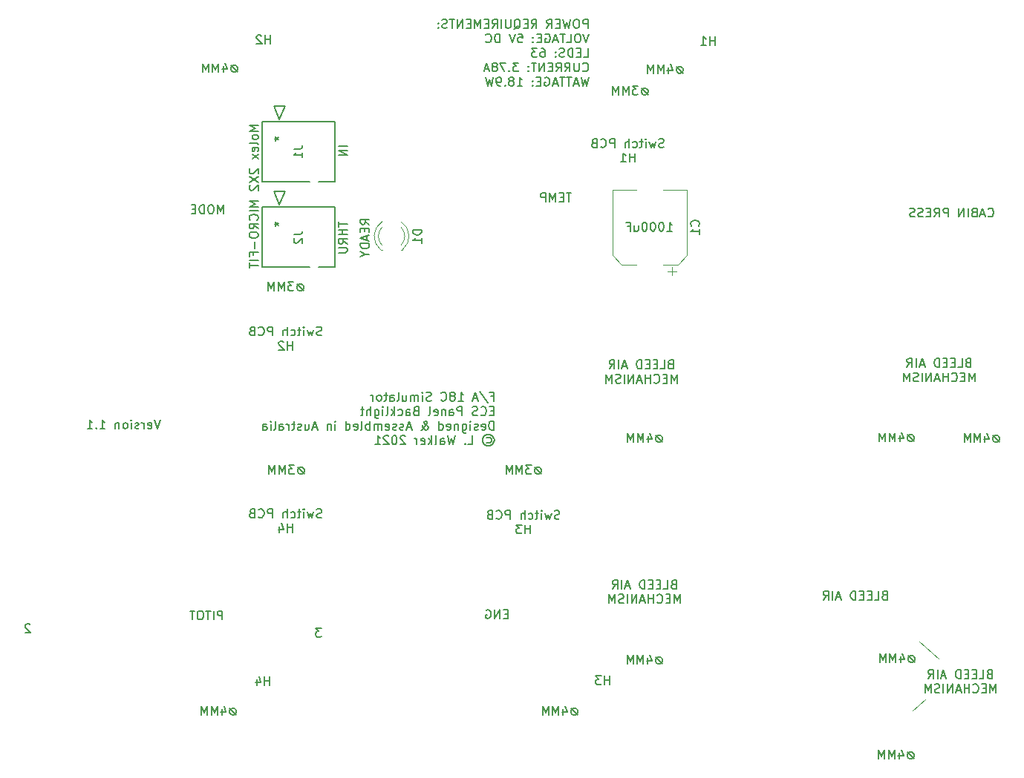
<source format=gbr>
%TF.GenerationSoftware,KiCad,Pcbnew,(5.1.6)-1*%
%TF.CreationDate,2020-11-25T20:53:45+11:00*%
%TF.ProjectId,ECS Panel PCB V1,45435320-5061-46e6-956c-205043422056,rev?*%
%TF.SameCoordinates,Original*%
%TF.FileFunction,Legend,Bot*%
%TF.FilePolarity,Positive*%
%FSLAX46Y46*%
G04 Gerber Fmt 4.6, Leading zero omitted, Abs format (unit mm)*
G04 Created by KiCad (PCBNEW (5.1.6)-1) date 2020-11-25 20:53:45*
%MOMM*%
%LPD*%
G01*
G04 APERTURE LIST*
%ADD10C,0.150000*%
%ADD11C,0.120000*%
%ADD12C,0.152400*%
G04 APERTURE END LIST*
D10*
X71615085Y-103195476D02*
X71424609Y-103195476D01*
X71234133Y-103290714D01*
X71138895Y-103481190D01*
X71138895Y-103671666D01*
X71234133Y-103862142D01*
X71424609Y-103957380D01*
X71615085Y-103957380D01*
X71805561Y-103862142D01*
X71900800Y-103671666D01*
X71900800Y-103481190D01*
X71805561Y-103290714D01*
X71615085Y-103195476D01*
X71138895Y-103195476D02*
X71900800Y-103957380D01*
X70757942Y-102957380D02*
X70138895Y-102957380D01*
X70472228Y-103338333D01*
X70329371Y-103338333D01*
X70234133Y-103385952D01*
X70186514Y-103433571D01*
X70138895Y-103528809D01*
X70138895Y-103766904D01*
X70186514Y-103862142D01*
X70234133Y-103909761D01*
X70329371Y-103957380D01*
X70615085Y-103957380D01*
X70710323Y-103909761D01*
X70757942Y-103862142D01*
X69710323Y-103957380D02*
X69710323Y-102957380D01*
X69376990Y-103671666D01*
X69043657Y-102957380D01*
X69043657Y-103957380D01*
X68567466Y-103957380D02*
X68567466Y-102957380D01*
X68234133Y-103671666D01*
X67900800Y-102957380D01*
X67900800Y-103957380D01*
X98742285Y-124125076D02*
X98551809Y-124125076D01*
X98361333Y-124220314D01*
X98266095Y-124410790D01*
X98266095Y-124601266D01*
X98361333Y-124791742D01*
X98551809Y-124886980D01*
X98742285Y-124886980D01*
X98932761Y-124791742D01*
X99028000Y-124601266D01*
X99028000Y-124410790D01*
X98932761Y-124220314D01*
X98742285Y-124125076D01*
X98266095Y-124125076D02*
X99028000Y-124886980D01*
X97885142Y-123886980D02*
X97266095Y-123886980D01*
X97599428Y-124267933D01*
X97456571Y-124267933D01*
X97361333Y-124315552D01*
X97313714Y-124363171D01*
X97266095Y-124458409D01*
X97266095Y-124696504D01*
X97313714Y-124791742D01*
X97361333Y-124839361D01*
X97456571Y-124886980D01*
X97742285Y-124886980D01*
X97837523Y-124839361D01*
X97885142Y-124791742D01*
X96837523Y-124886980D02*
X96837523Y-123886980D01*
X96504190Y-124601266D01*
X96170857Y-123886980D01*
X96170857Y-124886980D01*
X95694666Y-124886980D02*
X95694666Y-123886980D01*
X95361333Y-124601266D01*
X95028000Y-123886980D01*
X95028000Y-124886980D01*
X71691285Y-124125076D02*
X71500809Y-124125076D01*
X71310333Y-124220314D01*
X71215095Y-124410790D01*
X71215095Y-124601266D01*
X71310333Y-124791742D01*
X71500809Y-124886980D01*
X71691285Y-124886980D01*
X71881761Y-124791742D01*
X71977000Y-124601266D01*
X71977000Y-124410790D01*
X71881761Y-124220314D01*
X71691285Y-124125076D01*
X71215095Y-124125076D02*
X71977000Y-124886980D01*
X70834142Y-123886980D02*
X70215095Y-123886980D01*
X70548428Y-124267933D01*
X70405571Y-124267933D01*
X70310333Y-124315552D01*
X70262714Y-124363171D01*
X70215095Y-124458409D01*
X70215095Y-124696504D01*
X70262714Y-124791742D01*
X70310333Y-124839361D01*
X70405571Y-124886980D01*
X70691285Y-124886980D01*
X70786523Y-124839361D01*
X70834142Y-124791742D01*
X69786523Y-124886980D02*
X69786523Y-123886980D01*
X69453190Y-124601266D01*
X69119857Y-123886980D01*
X69119857Y-124886980D01*
X68643666Y-124886980D02*
X68643666Y-123886980D01*
X68310333Y-124601266D01*
X67977000Y-123886980D01*
X67977000Y-124886980D01*
X110883485Y-80818076D02*
X110693009Y-80818076D01*
X110502533Y-80913314D01*
X110407295Y-81103790D01*
X110407295Y-81294266D01*
X110502533Y-81484742D01*
X110693009Y-81579980D01*
X110883485Y-81579980D01*
X111073961Y-81484742D01*
X111169200Y-81294266D01*
X111169200Y-81103790D01*
X111073961Y-80913314D01*
X110883485Y-80818076D01*
X110407295Y-80818076D02*
X111169200Y-81579980D01*
X110026342Y-80579980D02*
X109407295Y-80579980D01*
X109740628Y-80960933D01*
X109597771Y-80960933D01*
X109502533Y-81008552D01*
X109454914Y-81056171D01*
X109407295Y-81151409D01*
X109407295Y-81389504D01*
X109454914Y-81484742D01*
X109502533Y-81532361D01*
X109597771Y-81579980D01*
X109883485Y-81579980D01*
X109978723Y-81532361D01*
X110026342Y-81484742D01*
X108978723Y-81579980D02*
X108978723Y-80579980D01*
X108645390Y-81294266D01*
X108312057Y-80579980D01*
X108312057Y-81579980D01*
X107835866Y-81579980D02*
X107835866Y-80579980D01*
X107502533Y-81294266D01*
X107169200Y-80579980D01*
X107169200Y-81579980D01*
X73970638Y-129830961D02*
X73827780Y-129878580D01*
X73589685Y-129878580D01*
X73494447Y-129830961D01*
X73446828Y-129783342D01*
X73399209Y-129688104D01*
X73399209Y-129592866D01*
X73446828Y-129497628D01*
X73494447Y-129450009D01*
X73589685Y-129402390D01*
X73780161Y-129354771D01*
X73875400Y-129307152D01*
X73923019Y-129259533D01*
X73970638Y-129164295D01*
X73970638Y-129069057D01*
X73923019Y-128973819D01*
X73875400Y-128926200D01*
X73780161Y-128878580D01*
X73542066Y-128878580D01*
X73399209Y-128926200D01*
X73065876Y-129211914D02*
X72875400Y-129878580D01*
X72684923Y-129402390D01*
X72494447Y-129878580D01*
X72303971Y-129211914D01*
X71923019Y-129878580D02*
X71923019Y-129211914D01*
X71923019Y-128878580D02*
X71970638Y-128926200D01*
X71923019Y-128973819D01*
X71875400Y-128926200D01*
X71923019Y-128878580D01*
X71923019Y-128973819D01*
X71589685Y-129211914D02*
X71208733Y-129211914D01*
X71446828Y-128878580D02*
X71446828Y-129735723D01*
X71399209Y-129830961D01*
X71303971Y-129878580D01*
X71208733Y-129878580D01*
X70446828Y-129830961D02*
X70542066Y-129878580D01*
X70732542Y-129878580D01*
X70827780Y-129830961D01*
X70875400Y-129783342D01*
X70923019Y-129688104D01*
X70923019Y-129402390D01*
X70875400Y-129307152D01*
X70827780Y-129259533D01*
X70732542Y-129211914D01*
X70542066Y-129211914D01*
X70446828Y-129259533D01*
X70018257Y-129878580D02*
X70018257Y-128878580D01*
X69589685Y-129878580D02*
X69589685Y-129354771D01*
X69637304Y-129259533D01*
X69732542Y-129211914D01*
X69875400Y-129211914D01*
X69970638Y-129259533D01*
X70018257Y-129307152D01*
X68351590Y-129878580D02*
X68351590Y-128878580D01*
X67970638Y-128878580D01*
X67875400Y-128926200D01*
X67827780Y-128973819D01*
X67780161Y-129069057D01*
X67780161Y-129211914D01*
X67827780Y-129307152D01*
X67875400Y-129354771D01*
X67970638Y-129402390D01*
X68351590Y-129402390D01*
X66780161Y-129783342D02*
X66827780Y-129830961D01*
X66970638Y-129878580D01*
X67065876Y-129878580D01*
X67208733Y-129830961D01*
X67303971Y-129735723D01*
X67351590Y-129640485D01*
X67399209Y-129450009D01*
X67399209Y-129307152D01*
X67351590Y-129116676D01*
X67303971Y-129021438D01*
X67208733Y-128926200D01*
X67065876Y-128878580D01*
X66970638Y-128878580D01*
X66827780Y-128926200D01*
X66780161Y-128973819D01*
X66018257Y-129354771D02*
X65875400Y-129402390D01*
X65827780Y-129450009D01*
X65780161Y-129545247D01*
X65780161Y-129688104D01*
X65827780Y-129783342D01*
X65875400Y-129830961D01*
X65970638Y-129878580D01*
X66351590Y-129878580D01*
X66351590Y-128878580D01*
X66018257Y-128878580D01*
X65923019Y-128926200D01*
X65875400Y-128973819D01*
X65827780Y-129069057D01*
X65827780Y-129164295D01*
X65875400Y-129259533D01*
X65923019Y-129307152D01*
X66018257Y-129354771D01*
X66351590Y-129354771D01*
X70637304Y-131528580D02*
X70637304Y-130528580D01*
X70637304Y-131004771D02*
X70065876Y-131004771D01*
X70065876Y-131528580D02*
X70065876Y-130528580D01*
X69161114Y-130861914D02*
X69161114Y-131528580D01*
X69399209Y-130480961D02*
X69637304Y-131195247D01*
X69018257Y-131195247D01*
X101072438Y-129983361D02*
X100929580Y-130030980D01*
X100691485Y-130030980D01*
X100596247Y-129983361D01*
X100548628Y-129935742D01*
X100501009Y-129840504D01*
X100501009Y-129745266D01*
X100548628Y-129650028D01*
X100596247Y-129602409D01*
X100691485Y-129554790D01*
X100881961Y-129507171D01*
X100977200Y-129459552D01*
X101024819Y-129411933D01*
X101072438Y-129316695D01*
X101072438Y-129221457D01*
X101024819Y-129126219D01*
X100977200Y-129078600D01*
X100881961Y-129030980D01*
X100643866Y-129030980D01*
X100501009Y-129078600D01*
X100167676Y-129364314D02*
X99977200Y-130030980D01*
X99786723Y-129554790D01*
X99596247Y-130030980D01*
X99405771Y-129364314D01*
X99024819Y-130030980D02*
X99024819Y-129364314D01*
X99024819Y-129030980D02*
X99072438Y-129078600D01*
X99024819Y-129126219D01*
X98977200Y-129078600D01*
X99024819Y-129030980D01*
X99024819Y-129126219D01*
X98691485Y-129364314D02*
X98310533Y-129364314D01*
X98548628Y-129030980D02*
X98548628Y-129888123D01*
X98501009Y-129983361D01*
X98405771Y-130030980D01*
X98310533Y-130030980D01*
X97548628Y-129983361D02*
X97643866Y-130030980D01*
X97834342Y-130030980D01*
X97929580Y-129983361D01*
X97977200Y-129935742D01*
X98024819Y-129840504D01*
X98024819Y-129554790D01*
X97977200Y-129459552D01*
X97929580Y-129411933D01*
X97834342Y-129364314D01*
X97643866Y-129364314D01*
X97548628Y-129411933D01*
X97120057Y-130030980D02*
X97120057Y-129030980D01*
X96691485Y-130030980D02*
X96691485Y-129507171D01*
X96739104Y-129411933D01*
X96834342Y-129364314D01*
X96977200Y-129364314D01*
X97072438Y-129411933D01*
X97120057Y-129459552D01*
X95453390Y-130030980D02*
X95453390Y-129030980D01*
X95072438Y-129030980D01*
X94977200Y-129078600D01*
X94929580Y-129126219D01*
X94881961Y-129221457D01*
X94881961Y-129364314D01*
X94929580Y-129459552D01*
X94977200Y-129507171D01*
X95072438Y-129554790D01*
X95453390Y-129554790D01*
X93881961Y-129935742D02*
X93929580Y-129983361D01*
X94072438Y-130030980D01*
X94167676Y-130030980D01*
X94310533Y-129983361D01*
X94405771Y-129888123D01*
X94453390Y-129792885D01*
X94501009Y-129602409D01*
X94501009Y-129459552D01*
X94453390Y-129269076D01*
X94405771Y-129173838D01*
X94310533Y-129078600D01*
X94167676Y-129030980D01*
X94072438Y-129030980D01*
X93929580Y-129078600D01*
X93881961Y-129126219D01*
X93120057Y-129507171D02*
X92977200Y-129554790D01*
X92929580Y-129602409D01*
X92881961Y-129697647D01*
X92881961Y-129840504D01*
X92929580Y-129935742D01*
X92977200Y-129983361D01*
X93072438Y-130030980D01*
X93453390Y-130030980D01*
X93453390Y-129030980D01*
X93120057Y-129030980D01*
X93024819Y-129078600D01*
X92977200Y-129126219D01*
X92929580Y-129221457D01*
X92929580Y-129316695D01*
X92977200Y-129411933D01*
X93024819Y-129459552D01*
X93120057Y-129507171D01*
X93453390Y-129507171D01*
X97739104Y-131680980D02*
X97739104Y-130680980D01*
X97739104Y-131157171D02*
X97167676Y-131157171D01*
X97167676Y-131680980D02*
X97167676Y-130680980D01*
X96786723Y-130680980D02*
X96167676Y-130680980D01*
X96501009Y-131061933D01*
X96358152Y-131061933D01*
X96262914Y-131109552D01*
X96215295Y-131157171D01*
X96167676Y-131252409D01*
X96167676Y-131490504D01*
X96215295Y-131585742D01*
X96262914Y-131633361D01*
X96358152Y-131680980D01*
X96643866Y-131680980D01*
X96739104Y-131633361D01*
X96786723Y-131585742D01*
X73970638Y-109028361D02*
X73827780Y-109075980D01*
X73589685Y-109075980D01*
X73494447Y-109028361D01*
X73446828Y-108980742D01*
X73399209Y-108885504D01*
X73399209Y-108790266D01*
X73446828Y-108695028D01*
X73494447Y-108647409D01*
X73589685Y-108599790D01*
X73780161Y-108552171D01*
X73875400Y-108504552D01*
X73923019Y-108456933D01*
X73970638Y-108361695D01*
X73970638Y-108266457D01*
X73923019Y-108171219D01*
X73875400Y-108123600D01*
X73780161Y-108075980D01*
X73542066Y-108075980D01*
X73399209Y-108123600D01*
X73065876Y-108409314D02*
X72875400Y-109075980D01*
X72684923Y-108599790D01*
X72494447Y-109075980D01*
X72303971Y-108409314D01*
X71923019Y-109075980D02*
X71923019Y-108409314D01*
X71923019Y-108075980D02*
X71970638Y-108123600D01*
X71923019Y-108171219D01*
X71875400Y-108123600D01*
X71923019Y-108075980D01*
X71923019Y-108171219D01*
X71589685Y-108409314D02*
X71208733Y-108409314D01*
X71446828Y-108075980D02*
X71446828Y-108933123D01*
X71399209Y-109028361D01*
X71303971Y-109075980D01*
X71208733Y-109075980D01*
X70446828Y-109028361D02*
X70542066Y-109075980D01*
X70732542Y-109075980D01*
X70827780Y-109028361D01*
X70875400Y-108980742D01*
X70923019Y-108885504D01*
X70923019Y-108599790D01*
X70875400Y-108504552D01*
X70827780Y-108456933D01*
X70732542Y-108409314D01*
X70542066Y-108409314D01*
X70446828Y-108456933D01*
X70018257Y-109075980D02*
X70018257Y-108075980D01*
X69589685Y-109075980D02*
X69589685Y-108552171D01*
X69637304Y-108456933D01*
X69732542Y-108409314D01*
X69875400Y-108409314D01*
X69970638Y-108456933D01*
X70018257Y-108504552D01*
X68351590Y-109075980D02*
X68351590Y-108075980D01*
X67970638Y-108075980D01*
X67875400Y-108123600D01*
X67827780Y-108171219D01*
X67780161Y-108266457D01*
X67780161Y-108409314D01*
X67827780Y-108504552D01*
X67875400Y-108552171D01*
X67970638Y-108599790D01*
X68351590Y-108599790D01*
X66780161Y-108980742D02*
X66827780Y-109028361D01*
X66970638Y-109075980D01*
X67065876Y-109075980D01*
X67208733Y-109028361D01*
X67303971Y-108933123D01*
X67351590Y-108837885D01*
X67399209Y-108647409D01*
X67399209Y-108504552D01*
X67351590Y-108314076D01*
X67303971Y-108218838D01*
X67208733Y-108123600D01*
X67065876Y-108075980D01*
X66970638Y-108075980D01*
X66827780Y-108123600D01*
X66780161Y-108171219D01*
X66018257Y-108552171D02*
X65875400Y-108599790D01*
X65827780Y-108647409D01*
X65780161Y-108742647D01*
X65780161Y-108885504D01*
X65827780Y-108980742D01*
X65875400Y-109028361D01*
X65970638Y-109075980D01*
X66351590Y-109075980D01*
X66351590Y-108075980D01*
X66018257Y-108075980D01*
X65923019Y-108123600D01*
X65875400Y-108171219D01*
X65827780Y-108266457D01*
X65827780Y-108361695D01*
X65875400Y-108456933D01*
X65923019Y-108504552D01*
X66018257Y-108552171D01*
X66351590Y-108552171D01*
X70637304Y-110725980D02*
X70637304Y-109725980D01*
X70637304Y-110202171D02*
X70065876Y-110202171D01*
X70065876Y-110725980D02*
X70065876Y-109725980D01*
X69637304Y-109821219D02*
X69589685Y-109773600D01*
X69494447Y-109725980D01*
X69256352Y-109725980D01*
X69161114Y-109773600D01*
X69113495Y-109821219D01*
X69065876Y-109916457D01*
X69065876Y-110011695D01*
X69113495Y-110154552D01*
X69684923Y-110725980D01*
X69065876Y-110725980D01*
X112985038Y-87565361D02*
X112842180Y-87612980D01*
X112604085Y-87612980D01*
X112508847Y-87565361D01*
X112461228Y-87517742D01*
X112413609Y-87422504D01*
X112413609Y-87327266D01*
X112461228Y-87232028D01*
X112508847Y-87184409D01*
X112604085Y-87136790D01*
X112794561Y-87089171D01*
X112889800Y-87041552D01*
X112937419Y-86993933D01*
X112985038Y-86898695D01*
X112985038Y-86803457D01*
X112937419Y-86708219D01*
X112889800Y-86660600D01*
X112794561Y-86612980D01*
X112556466Y-86612980D01*
X112413609Y-86660600D01*
X112080276Y-86946314D02*
X111889800Y-87612980D01*
X111699323Y-87136790D01*
X111508847Y-87612980D01*
X111318371Y-86946314D01*
X110937419Y-87612980D02*
X110937419Y-86946314D01*
X110937419Y-86612980D02*
X110985038Y-86660600D01*
X110937419Y-86708219D01*
X110889800Y-86660600D01*
X110937419Y-86612980D01*
X110937419Y-86708219D01*
X110604085Y-86946314D02*
X110223133Y-86946314D01*
X110461228Y-86612980D02*
X110461228Y-87470123D01*
X110413609Y-87565361D01*
X110318371Y-87612980D01*
X110223133Y-87612980D01*
X109461228Y-87565361D02*
X109556466Y-87612980D01*
X109746942Y-87612980D01*
X109842180Y-87565361D01*
X109889800Y-87517742D01*
X109937419Y-87422504D01*
X109937419Y-87136790D01*
X109889800Y-87041552D01*
X109842180Y-86993933D01*
X109746942Y-86946314D01*
X109556466Y-86946314D01*
X109461228Y-86993933D01*
X109032657Y-87612980D02*
X109032657Y-86612980D01*
X108604085Y-87612980D02*
X108604085Y-87089171D01*
X108651704Y-86993933D01*
X108746942Y-86946314D01*
X108889800Y-86946314D01*
X108985038Y-86993933D01*
X109032657Y-87041552D01*
X107365990Y-87612980D02*
X107365990Y-86612980D01*
X106985038Y-86612980D01*
X106889800Y-86660600D01*
X106842180Y-86708219D01*
X106794561Y-86803457D01*
X106794561Y-86946314D01*
X106842180Y-87041552D01*
X106889800Y-87089171D01*
X106985038Y-87136790D01*
X107365990Y-87136790D01*
X105794561Y-87517742D02*
X105842180Y-87565361D01*
X105985038Y-87612980D01*
X106080276Y-87612980D01*
X106223133Y-87565361D01*
X106318371Y-87470123D01*
X106365990Y-87374885D01*
X106413609Y-87184409D01*
X106413609Y-87041552D01*
X106365990Y-86851076D01*
X106318371Y-86755838D01*
X106223133Y-86660600D01*
X106080276Y-86612980D01*
X105985038Y-86612980D01*
X105842180Y-86660600D01*
X105794561Y-86708219D01*
X105032657Y-87089171D02*
X104889800Y-87136790D01*
X104842180Y-87184409D01*
X104794561Y-87279647D01*
X104794561Y-87422504D01*
X104842180Y-87517742D01*
X104889800Y-87565361D01*
X104985038Y-87612980D01*
X105365990Y-87612980D01*
X105365990Y-86612980D01*
X105032657Y-86612980D01*
X104937419Y-86660600D01*
X104889800Y-86708219D01*
X104842180Y-86803457D01*
X104842180Y-86898695D01*
X104889800Y-86993933D01*
X104937419Y-87041552D01*
X105032657Y-87089171D01*
X105365990Y-87089171D01*
X109651704Y-89262980D02*
X109651704Y-88262980D01*
X109651704Y-88739171D02*
X109080276Y-88739171D01*
X109080276Y-89262980D02*
X109080276Y-88262980D01*
X108080276Y-89262980D02*
X108651704Y-89262980D01*
X108365990Y-89262980D02*
X108365990Y-88262980D01*
X108461228Y-88405838D01*
X108556466Y-88501076D01*
X108651704Y-88548695D01*
X68046504Y-149016980D02*
X68046504Y-148016980D01*
X68046504Y-148493171D02*
X67475076Y-148493171D01*
X67475076Y-149016980D02*
X67475076Y-148016980D01*
X66570314Y-148350314D02*
X66570314Y-149016980D01*
X66808409Y-147969361D02*
X67046504Y-148683647D01*
X66427457Y-148683647D01*
X106806904Y-148940780D02*
X106806904Y-147940780D01*
X106806904Y-148416971D02*
X106235476Y-148416971D01*
X106235476Y-148940780D02*
X106235476Y-147940780D01*
X105854523Y-147940780D02*
X105235476Y-147940780D01*
X105568809Y-148321733D01*
X105425952Y-148321733D01*
X105330714Y-148369352D01*
X105283095Y-148416971D01*
X105235476Y-148512209D01*
X105235476Y-148750304D01*
X105283095Y-148845542D01*
X105330714Y-148893161D01*
X105425952Y-148940780D01*
X105711666Y-148940780D01*
X105806904Y-148893161D01*
X105854523Y-148845542D01*
X68097304Y-75788780D02*
X68097304Y-74788780D01*
X68097304Y-75264971D02*
X67525876Y-75264971D01*
X67525876Y-75788780D02*
X67525876Y-74788780D01*
X67097304Y-74884019D02*
X67049685Y-74836400D01*
X66954447Y-74788780D01*
X66716352Y-74788780D01*
X66621114Y-74836400D01*
X66573495Y-74884019D01*
X66525876Y-74979257D01*
X66525876Y-75074495D01*
X66573495Y-75217352D01*
X67144923Y-75788780D01*
X66525876Y-75788780D01*
X118795704Y-75941180D02*
X118795704Y-74941180D01*
X118795704Y-75417371D02*
X118224276Y-75417371D01*
X118224276Y-75941180D02*
X118224276Y-74941180D01*
X117224276Y-75941180D02*
X117795704Y-75941180D01*
X117509990Y-75941180D02*
X117509990Y-74941180D01*
X117605228Y-75084038D01*
X117700466Y-75179276D01*
X117795704Y-75226895D01*
D11*
X142824200Y-150596600D02*
X141351000Y-151892000D01*
X144272000Y-145923000D02*
X142113000Y-144043400D01*
D10*
X113724914Y-112336771D02*
X113582057Y-112384390D01*
X113534438Y-112432009D01*
X113486819Y-112527247D01*
X113486819Y-112670104D01*
X113534438Y-112765342D01*
X113582057Y-112812961D01*
X113677295Y-112860580D01*
X114058247Y-112860580D01*
X114058247Y-111860580D01*
X113724914Y-111860580D01*
X113629676Y-111908200D01*
X113582057Y-111955819D01*
X113534438Y-112051057D01*
X113534438Y-112146295D01*
X113582057Y-112241533D01*
X113629676Y-112289152D01*
X113724914Y-112336771D01*
X114058247Y-112336771D01*
X112582057Y-112860580D02*
X113058247Y-112860580D01*
X113058247Y-111860580D01*
X112248723Y-112336771D02*
X111915390Y-112336771D01*
X111772533Y-112860580D02*
X112248723Y-112860580D01*
X112248723Y-111860580D01*
X111772533Y-111860580D01*
X111343961Y-112336771D02*
X111010628Y-112336771D01*
X110867771Y-112860580D02*
X111343961Y-112860580D01*
X111343961Y-111860580D01*
X110867771Y-111860580D01*
X110439200Y-112860580D02*
X110439200Y-111860580D01*
X110201104Y-111860580D01*
X110058247Y-111908200D01*
X109963009Y-112003438D01*
X109915390Y-112098676D01*
X109867771Y-112289152D01*
X109867771Y-112432009D01*
X109915390Y-112622485D01*
X109963009Y-112717723D01*
X110058247Y-112812961D01*
X110201104Y-112860580D01*
X110439200Y-112860580D01*
X108724914Y-112574866D02*
X108248723Y-112574866D01*
X108820152Y-112860580D02*
X108486819Y-111860580D01*
X108153485Y-112860580D01*
X107820152Y-112860580D02*
X107820152Y-111860580D01*
X106772533Y-112860580D02*
X107105866Y-112384390D01*
X107343961Y-112860580D02*
X107343961Y-111860580D01*
X106963009Y-111860580D01*
X106867771Y-111908200D01*
X106820152Y-111955819D01*
X106772533Y-112051057D01*
X106772533Y-112193914D01*
X106820152Y-112289152D01*
X106867771Y-112336771D01*
X106963009Y-112384390D01*
X107343961Y-112384390D01*
X114486819Y-114510580D02*
X114486819Y-113510580D01*
X114153485Y-114224866D01*
X113820152Y-113510580D01*
X113820152Y-114510580D01*
X113343961Y-113986771D02*
X113010628Y-113986771D01*
X112867771Y-114510580D02*
X113343961Y-114510580D01*
X113343961Y-113510580D01*
X112867771Y-113510580D01*
X111867771Y-114415342D02*
X111915390Y-114462961D01*
X112058247Y-114510580D01*
X112153485Y-114510580D01*
X112296342Y-114462961D01*
X112391580Y-114367723D01*
X112439200Y-114272485D01*
X112486819Y-114082009D01*
X112486819Y-113939152D01*
X112439200Y-113748676D01*
X112391580Y-113653438D01*
X112296342Y-113558200D01*
X112153485Y-113510580D01*
X112058247Y-113510580D01*
X111915390Y-113558200D01*
X111867771Y-113605819D01*
X111439200Y-114510580D02*
X111439200Y-113510580D01*
X111439200Y-113986771D02*
X110867771Y-113986771D01*
X110867771Y-114510580D02*
X110867771Y-113510580D01*
X110439200Y-114224866D02*
X109963009Y-114224866D01*
X110534438Y-114510580D02*
X110201104Y-113510580D01*
X109867771Y-114510580D01*
X109534438Y-114510580D02*
X109534438Y-113510580D01*
X108963009Y-114510580D01*
X108963009Y-113510580D01*
X108486819Y-114510580D02*
X108486819Y-113510580D01*
X108058247Y-114462961D02*
X107915390Y-114510580D01*
X107677295Y-114510580D01*
X107582057Y-114462961D01*
X107534438Y-114415342D01*
X107486819Y-114320104D01*
X107486819Y-114224866D01*
X107534438Y-114129628D01*
X107582057Y-114082009D01*
X107677295Y-114034390D01*
X107867771Y-113986771D01*
X107963009Y-113939152D01*
X108010628Y-113891533D01*
X108058247Y-113796295D01*
X108058247Y-113701057D01*
X108010628Y-113605819D01*
X107963009Y-113558200D01*
X107867771Y-113510580D01*
X107629676Y-113510580D01*
X107486819Y-113558200D01*
X107058247Y-114510580D02*
X107058247Y-113510580D01*
X106724914Y-114224866D01*
X106391580Y-113510580D01*
X106391580Y-114510580D01*
X147659314Y-112158971D02*
X147516457Y-112206590D01*
X147468838Y-112254209D01*
X147421219Y-112349447D01*
X147421219Y-112492304D01*
X147468838Y-112587542D01*
X147516457Y-112635161D01*
X147611695Y-112682780D01*
X147992647Y-112682780D01*
X147992647Y-111682780D01*
X147659314Y-111682780D01*
X147564076Y-111730400D01*
X147516457Y-111778019D01*
X147468838Y-111873257D01*
X147468838Y-111968495D01*
X147516457Y-112063733D01*
X147564076Y-112111352D01*
X147659314Y-112158971D01*
X147992647Y-112158971D01*
X146516457Y-112682780D02*
X146992647Y-112682780D01*
X146992647Y-111682780D01*
X146183123Y-112158971D02*
X145849790Y-112158971D01*
X145706933Y-112682780D02*
X146183123Y-112682780D01*
X146183123Y-111682780D01*
X145706933Y-111682780D01*
X145278361Y-112158971D02*
X144945028Y-112158971D01*
X144802171Y-112682780D02*
X145278361Y-112682780D01*
X145278361Y-111682780D01*
X144802171Y-111682780D01*
X144373600Y-112682780D02*
X144373600Y-111682780D01*
X144135504Y-111682780D01*
X143992647Y-111730400D01*
X143897409Y-111825638D01*
X143849790Y-111920876D01*
X143802171Y-112111352D01*
X143802171Y-112254209D01*
X143849790Y-112444685D01*
X143897409Y-112539923D01*
X143992647Y-112635161D01*
X144135504Y-112682780D01*
X144373600Y-112682780D01*
X142659314Y-112397066D02*
X142183123Y-112397066D01*
X142754552Y-112682780D02*
X142421219Y-111682780D01*
X142087885Y-112682780D01*
X141754552Y-112682780D02*
X141754552Y-111682780D01*
X140706933Y-112682780D02*
X141040266Y-112206590D01*
X141278361Y-112682780D02*
X141278361Y-111682780D01*
X140897409Y-111682780D01*
X140802171Y-111730400D01*
X140754552Y-111778019D01*
X140706933Y-111873257D01*
X140706933Y-112016114D01*
X140754552Y-112111352D01*
X140802171Y-112158971D01*
X140897409Y-112206590D01*
X141278361Y-112206590D01*
X148421219Y-114332780D02*
X148421219Y-113332780D01*
X148087885Y-114047066D01*
X147754552Y-113332780D01*
X147754552Y-114332780D01*
X147278361Y-113808971D02*
X146945028Y-113808971D01*
X146802171Y-114332780D02*
X147278361Y-114332780D01*
X147278361Y-113332780D01*
X146802171Y-113332780D01*
X145802171Y-114237542D02*
X145849790Y-114285161D01*
X145992647Y-114332780D01*
X146087885Y-114332780D01*
X146230742Y-114285161D01*
X146325980Y-114189923D01*
X146373600Y-114094685D01*
X146421219Y-113904209D01*
X146421219Y-113761352D01*
X146373600Y-113570876D01*
X146325980Y-113475638D01*
X146230742Y-113380400D01*
X146087885Y-113332780D01*
X145992647Y-113332780D01*
X145849790Y-113380400D01*
X145802171Y-113428019D01*
X145373600Y-114332780D02*
X145373600Y-113332780D01*
X145373600Y-113808971D02*
X144802171Y-113808971D01*
X144802171Y-114332780D02*
X144802171Y-113332780D01*
X144373600Y-114047066D02*
X143897409Y-114047066D01*
X144468838Y-114332780D02*
X144135504Y-113332780D01*
X143802171Y-114332780D01*
X143468838Y-114332780D02*
X143468838Y-113332780D01*
X142897409Y-114332780D01*
X142897409Y-113332780D01*
X142421219Y-114332780D02*
X142421219Y-113332780D01*
X141992647Y-114285161D02*
X141849790Y-114332780D01*
X141611695Y-114332780D01*
X141516457Y-114285161D01*
X141468838Y-114237542D01*
X141421219Y-114142304D01*
X141421219Y-114047066D01*
X141468838Y-113951828D01*
X141516457Y-113904209D01*
X141611695Y-113856590D01*
X141802171Y-113808971D01*
X141897409Y-113761352D01*
X141945028Y-113713733D01*
X141992647Y-113618495D01*
X141992647Y-113523257D01*
X141945028Y-113428019D01*
X141897409Y-113380400D01*
X141802171Y-113332780D01*
X141564076Y-113332780D01*
X141421219Y-113380400D01*
X140992647Y-114332780D02*
X140992647Y-113332780D01*
X140659314Y-114047066D01*
X140325980Y-113332780D01*
X140325980Y-114332780D01*
X114080514Y-137457371D02*
X113937657Y-137504990D01*
X113890038Y-137552609D01*
X113842419Y-137647847D01*
X113842419Y-137790704D01*
X113890038Y-137885942D01*
X113937657Y-137933561D01*
X114032895Y-137981180D01*
X114413847Y-137981180D01*
X114413847Y-136981180D01*
X114080514Y-136981180D01*
X113985276Y-137028800D01*
X113937657Y-137076419D01*
X113890038Y-137171657D01*
X113890038Y-137266895D01*
X113937657Y-137362133D01*
X113985276Y-137409752D01*
X114080514Y-137457371D01*
X114413847Y-137457371D01*
X112937657Y-137981180D02*
X113413847Y-137981180D01*
X113413847Y-136981180D01*
X112604323Y-137457371D02*
X112270990Y-137457371D01*
X112128133Y-137981180D02*
X112604323Y-137981180D01*
X112604323Y-136981180D01*
X112128133Y-136981180D01*
X111699561Y-137457371D02*
X111366228Y-137457371D01*
X111223371Y-137981180D02*
X111699561Y-137981180D01*
X111699561Y-136981180D01*
X111223371Y-136981180D01*
X110794800Y-137981180D02*
X110794800Y-136981180D01*
X110556704Y-136981180D01*
X110413847Y-137028800D01*
X110318609Y-137124038D01*
X110270990Y-137219276D01*
X110223371Y-137409752D01*
X110223371Y-137552609D01*
X110270990Y-137743085D01*
X110318609Y-137838323D01*
X110413847Y-137933561D01*
X110556704Y-137981180D01*
X110794800Y-137981180D01*
X109080514Y-137695466D02*
X108604323Y-137695466D01*
X109175752Y-137981180D02*
X108842419Y-136981180D01*
X108509085Y-137981180D01*
X108175752Y-137981180D02*
X108175752Y-136981180D01*
X107128133Y-137981180D02*
X107461466Y-137504990D01*
X107699561Y-137981180D02*
X107699561Y-136981180D01*
X107318609Y-136981180D01*
X107223371Y-137028800D01*
X107175752Y-137076419D01*
X107128133Y-137171657D01*
X107128133Y-137314514D01*
X107175752Y-137409752D01*
X107223371Y-137457371D01*
X107318609Y-137504990D01*
X107699561Y-137504990D01*
X114842419Y-139631180D02*
X114842419Y-138631180D01*
X114509085Y-139345466D01*
X114175752Y-138631180D01*
X114175752Y-139631180D01*
X113699561Y-139107371D02*
X113366228Y-139107371D01*
X113223371Y-139631180D02*
X113699561Y-139631180D01*
X113699561Y-138631180D01*
X113223371Y-138631180D01*
X112223371Y-139535942D02*
X112270990Y-139583561D01*
X112413847Y-139631180D01*
X112509085Y-139631180D01*
X112651942Y-139583561D01*
X112747180Y-139488323D01*
X112794800Y-139393085D01*
X112842419Y-139202609D01*
X112842419Y-139059752D01*
X112794800Y-138869276D01*
X112747180Y-138774038D01*
X112651942Y-138678800D01*
X112509085Y-138631180D01*
X112413847Y-138631180D01*
X112270990Y-138678800D01*
X112223371Y-138726419D01*
X111794800Y-139631180D02*
X111794800Y-138631180D01*
X111794800Y-139107371D02*
X111223371Y-139107371D01*
X111223371Y-139631180D02*
X111223371Y-138631180D01*
X110794800Y-139345466D02*
X110318609Y-139345466D01*
X110890038Y-139631180D02*
X110556704Y-138631180D01*
X110223371Y-139631180D01*
X109890038Y-139631180D02*
X109890038Y-138631180D01*
X109318609Y-139631180D01*
X109318609Y-138631180D01*
X108842419Y-139631180D02*
X108842419Y-138631180D01*
X108413847Y-139583561D02*
X108270990Y-139631180D01*
X108032895Y-139631180D01*
X107937657Y-139583561D01*
X107890038Y-139535942D01*
X107842419Y-139440704D01*
X107842419Y-139345466D01*
X107890038Y-139250228D01*
X107937657Y-139202609D01*
X108032895Y-139154990D01*
X108223371Y-139107371D01*
X108318609Y-139059752D01*
X108366228Y-139012133D01*
X108413847Y-138916895D01*
X108413847Y-138821657D01*
X108366228Y-138726419D01*
X108318609Y-138678800D01*
X108223371Y-138631180D01*
X107985276Y-138631180D01*
X107842419Y-138678800D01*
X107413847Y-139631180D02*
X107413847Y-138631180D01*
X107080514Y-139345466D01*
X106747180Y-138631180D01*
X106747180Y-139631180D01*
X150097714Y-147693571D02*
X149954857Y-147741190D01*
X149907238Y-147788809D01*
X149859619Y-147884047D01*
X149859619Y-148026904D01*
X149907238Y-148122142D01*
X149954857Y-148169761D01*
X150050095Y-148217380D01*
X150431047Y-148217380D01*
X150431047Y-147217380D01*
X150097714Y-147217380D01*
X150002476Y-147265000D01*
X149954857Y-147312619D01*
X149907238Y-147407857D01*
X149907238Y-147503095D01*
X149954857Y-147598333D01*
X150002476Y-147645952D01*
X150097714Y-147693571D01*
X150431047Y-147693571D01*
X148954857Y-148217380D02*
X149431047Y-148217380D01*
X149431047Y-147217380D01*
X148621523Y-147693571D02*
X148288190Y-147693571D01*
X148145333Y-148217380D02*
X148621523Y-148217380D01*
X148621523Y-147217380D01*
X148145333Y-147217380D01*
X147716761Y-147693571D02*
X147383428Y-147693571D01*
X147240571Y-148217380D02*
X147716761Y-148217380D01*
X147716761Y-147217380D01*
X147240571Y-147217380D01*
X146812000Y-148217380D02*
X146812000Y-147217380D01*
X146573904Y-147217380D01*
X146431047Y-147265000D01*
X146335809Y-147360238D01*
X146288190Y-147455476D01*
X146240571Y-147645952D01*
X146240571Y-147788809D01*
X146288190Y-147979285D01*
X146335809Y-148074523D01*
X146431047Y-148169761D01*
X146573904Y-148217380D01*
X146812000Y-148217380D01*
X145097714Y-147931666D02*
X144621523Y-147931666D01*
X145192952Y-148217380D02*
X144859619Y-147217380D01*
X144526285Y-148217380D01*
X144192952Y-148217380D02*
X144192952Y-147217380D01*
X143145333Y-148217380D02*
X143478666Y-147741190D01*
X143716761Y-148217380D02*
X143716761Y-147217380D01*
X143335809Y-147217380D01*
X143240571Y-147265000D01*
X143192952Y-147312619D01*
X143145333Y-147407857D01*
X143145333Y-147550714D01*
X143192952Y-147645952D01*
X143240571Y-147693571D01*
X143335809Y-147741190D01*
X143716761Y-147741190D01*
X150859619Y-149867380D02*
X150859619Y-148867380D01*
X150526285Y-149581666D01*
X150192952Y-148867380D01*
X150192952Y-149867380D01*
X149716761Y-149343571D02*
X149383428Y-149343571D01*
X149240571Y-149867380D02*
X149716761Y-149867380D01*
X149716761Y-148867380D01*
X149240571Y-148867380D01*
X148240571Y-149772142D02*
X148288190Y-149819761D01*
X148431047Y-149867380D01*
X148526285Y-149867380D01*
X148669142Y-149819761D01*
X148764380Y-149724523D01*
X148812000Y-149629285D01*
X148859619Y-149438809D01*
X148859619Y-149295952D01*
X148812000Y-149105476D01*
X148764380Y-149010238D01*
X148669142Y-148915000D01*
X148526285Y-148867380D01*
X148431047Y-148867380D01*
X148288190Y-148915000D01*
X148240571Y-148962619D01*
X147812000Y-149867380D02*
X147812000Y-148867380D01*
X147812000Y-149343571D02*
X147240571Y-149343571D01*
X147240571Y-149867380D02*
X147240571Y-148867380D01*
X146812000Y-149581666D02*
X146335809Y-149581666D01*
X146907238Y-149867380D02*
X146573904Y-148867380D01*
X146240571Y-149867380D01*
X145907238Y-149867380D02*
X145907238Y-148867380D01*
X145335809Y-149867380D01*
X145335809Y-148867380D01*
X144859619Y-149867380D02*
X144859619Y-148867380D01*
X144431047Y-149819761D02*
X144288190Y-149867380D01*
X144050095Y-149867380D01*
X143954857Y-149819761D01*
X143907238Y-149772142D01*
X143859619Y-149676904D01*
X143859619Y-149581666D01*
X143907238Y-149486428D01*
X143954857Y-149438809D01*
X144050095Y-149391190D01*
X144240571Y-149343571D01*
X144335809Y-149295952D01*
X144383428Y-149248333D01*
X144431047Y-149153095D01*
X144431047Y-149057857D01*
X144383428Y-148962619D01*
X144335809Y-148915000D01*
X144240571Y-148867380D01*
X144002476Y-148867380D01*
X143859619Y-148915000D01*
X143431047Y-149867380D02*
X143431047Y-148867380D01*
X143097714Y-149581666D01*
X142764380Y-148867380D01*
X142764380Y-149867380D01*
X63969685Y-151633276D02*
X63779209Y-151633276D01*
X63588733Y-151728514D01*
X63493495Y-151918990D01*
X63493495Y-152109466D01*
X63588733Y-152299942D01*
X63779209Y-152395180D01*
X63969685Y-152395180D01*
X64160161Y-152299942D01*
X64255400Y-152109466D01*
X64255400Y-151918990D01*
X64160161Y-151728514D01*
X63969685Y-151633276D01*
X63493495Y-151633276D02*
X64255400Y-152395180D01*
X62588733Y-151728514D02*
X62588733Y-152395180D01*
X62826828Y-151347561D02*
X63064923Y-152061847D01*
X62445876Y-152061847D01*
X62064923Y-152395180D02*
X62064923Y-151395180D01*
X61731590Y-152109466D01*
X61398257Y-151395180D01*
X61398257Y-152395180D01*
X60922066Y-152395180D02*
X60922066Y-151395180D01*
X60588733Y-152109466D01*
X60255400Y-151395180D01*
X60255400Y-152395180D01*
X102882485Y-151633276D02*
X102692009Y-151633276D01*
X102501533Y-151728514D01*
X102406295Y-151918990D01*
X102406295Y-152109466D01*
X102501533Y-152299942D01*
X102692009Y-152395180D01*
X102882485Y-152395180D01*
X103072961Y-152299942D01*
X103168200Y-152109466D01*
X103168200Y-151918990D01*
X103072961Y-151728514D01*
X102882485Y-151633276D01*
X102406295Y-151633276D02*
X103168200Y-152395180D01*
X101501533Y-151728514D02*
X101501533Y-152395180D01*
X101739628Y-151347561D02*
X101977723Y-152061847D01*
X101358676Y-152061847D01*
X100977723Y-152395180D02*
X100977723Y-151395180D01*
X100644390Y-152109466D01*
X100311057Y-151395180D01*
X100311057Y-152395180D01*
X99834866Y-152395180D02*
X99834866Y-151395180D01*
X99501533Y-152109466D01*
X99168200Y-151395180D01*
X99168200Y-152395180D01*
X112534485Y-145791276D02*
X112344009Y-145791276D01*
X112153533Y-145886514D01*
X112058295Y-146076990D01*
X112058295Y-146267466D01*
X112153533Y-146457942D01*
X112344009Y-146553180D01*
X112534485Y-146553180D01*
X112724961Y-146457942D01*
X112820200Y-146267466D01*
X112820200Y-146076990D01*
X112724961Y-145886514D01*
X112534485Y-145791276D01*
X112058295Y-145791276D02*
X112820200Y-146553180D01*
X111153533Y-145886514D02*
X111153533Y-146553180D01*
X111391628Y-145505561D02*
X111629723Y-146219847D01*
X111010676Y-146219847D01*
X110629723Y-146553180D02*
X110629723Y-145553180D01*
X110296390Y-146267466D01*
X109963057Y-145553180D01*
X109963057Y-146553180D01*
X109486866Y-146553180D02*
X109486866Y-145553180D01*
X109153533Y-146267466D01*
X108820200Y-145553180D01*
X108820200Y-146553180D01*
X141211085Y-156637076D02*
X141020609Y-156637076D01*
X140830133Y-156732314D01*
X140734895Y-156922790D01*
X140734895Y-157113266D01*
X140830133Y-157303742D01*
X141020609Y-157398980D01*
X141211085Y-157398980D01*
X141401561Y-157303742D01*
X141496800Y-157113266D01*
X141496800Y-156922790D01*
X141401561Y-156732314D01*
X141211085Y-156637076D01*
X140734895Y-156637076D02*
X141496800Y-157398980D01*
X139830133Y-156732314D02*
X139830133Y-157398980D01*
X140068228Y-156351361D02*
X140306323Y-157065647D01*
X139687276Y-157065647D01*
X139306323Y-157398980D02*
X139306323Y-156398980D01*
X138972990Y-157113266D01*
X138639657Y-156398980D01*
X138639657Y-157398980D01*
X138163466Y-157398980D02*
X138163466Y-156398980D01*
X137830133Y-157113266D01*
X137496800Y-156398980D01*
X137496800Y-157398980D01*
X141338085Y-145638876D02*
X141147609Y-145638876D01*
X140957133Y-145734114D01*
X140861895Y-145924590D01*
X140861895Y-146115066D01*
X140957133Y-146305542D01*
X141147609Y-146400780D01*
X141338085Y-146400780D01*
X141528561Y-146305542D01*
X141623800Y-146115066D01*
X141623800Y-145924590D01*
X141528561Y-145734114D01*
X141338085Y-145638876D01*
X140861895Y-145638876D02*
X141623800Y-146400780D01*
X139957133Y-145734114D02*
X139957133Y-146400780D01*
X140195228Y-145353161D02*
X140433323Y-146067447D01*
X139814276Y-146067447D01*
X139433323Y-146400780D02*
X139433323Y-145400780D01*
X139099990Y-146115066D01*
X138766657Y-145400780D01*
X138766657Y-146400780D01*
X138290466Y-146400780D02*
X138290466Y-145400780D01*
X137957133Y-146115066D01*
X137623800Y-145400780D01*
X137623800Y-146400780D01*
X150964685Y-120492876D02*
X150774209Y-120492876D01*
X150583733Y-120588114D01*
X150488495Y-120778590D01*
X150488495Y-120969066D01*
X150583733Y-121159542D01*
X150774209Y-121254780D01*
X150964685Y-121254780D01*
X151155161Y-121159542D01*
X151250400Y-120969066D01*
X151250400Y-120778590D01*
X151155161Y-120588114D01*
X150964685Y-120492876D01*
X150488495Y-120492876D02*
X151250400Y-121254780D01*
X149583733Y-120588114D02*
X149583733Y-121254780D01*
X149821828Y-120207161D02*
X150059923Y-120921447D01*
X149440876Y-120921447D01*
X149059923Y-121254780D02*
X149059923Y-120254780D01*
X148726590Y-120969066D01*
X148393257Y-120254780D01*
X148393257Y-121254780D01*
X147917066Y-121254780D02*
X147917066Y-120254780D01*
X147583733Y-120969066D01*
X147250400Y-120254780D01*
X147250400Y-121254780D01*
X73917133Y-142479780D02*
X73298085Y-142479780D01*
X73631419Y-142860733D01*
X73488561Y-142860733D01*
X73393323Y-142908352D01*
X73345704Y-142955971D01*
X73298085Y-143051209D01*
X73298085Y-143289304D01*
X73345704Y-143384542D01*
X73393323Y-143432161D01*
X73488561Y-143479780D01*
X73774276Y-143479780D01*
X73869514Y-143432161D01*
X73917133Y-143384542D01*
X40722514Y-142092419D02*
X40674895Y-142044800D01*
X40579657Y-141997180D01*
X40341561Y-141997180D01*
X40246323Y-142044800D01*
X40198704Y-142092419D01*
X40151085Y-142187657D01*
X40151085Y-142282895D01*
X40198704Y-142425752D01*
X40770133Y-142997180D01*
X40151085Y-142997180D01*
X138134314Y-138714171D02*
X137991457Y-138761790D01*
X137943838Y-138809409D01*
X137896219Y-138904647D01*
X137896219Y-139047504D01*
X137943838Y-139142742D01*
X137991457Y-139190361D01*
X138086695Y-139237980D01*
X138467647Y-139237980D01*
X138467647Y-138237980D01*
X138134314Y-138237980D01*
X138039076Y-138285600D01*
X137991457Y-138333219D01*
X137943838Y-138428457D01*
X137943838Y-138523695D01*
X137991457Y-138618933D01*
X138039076Y-138666552D01*
X138134314Y-138714171D01*
X138467647Y-138714171D01*
X136991457Y-139237980D02*
X137467647Y-139237980D01*
X137467647Y-138237980D01*
X136658123Y-138714171D02*
X136324790Y-138714171D01*
X136181933Y-139237980D02*
X136658123Y-139237980D01*
X136658123Y-138237980D01*
X136181933Y-138237980D01*
X135753361Y-138714171D02*
X135420028Y-138714171D01*
X135277171Y-139237980D02*
X135753361Y-139237980D01*
X135753361Y-138237980D01*
X135277171Y-138237980D01*
X134848600Y-139237980D02*
X134848600Y-138237980D01*
X134610504Y-138237980D01*
X134467647Y-138285600D01*
X134372409Y-138380838D01*
X134324790Y-138476076D01*
X134277171Y-138666552D01*
X134277171Y-138809409D01*
X134324790Y-138999885D01*
X134372409Y-139095123D01*
X134467647Y-139190361D01*
X134610504Y-139237980D01*
X134848600Y-139237980D01*
X133134314Y-138952266D02*
X132658123Y-138952266D01*
X133229552Y-139237980D02*
X132896219Y-138237980D01*
X132562885Y-139237980D01*
X132229552Y-139237980D02*
X132229552Y-138237980D01*
X131181933Y-139237980D02*
X131515266Y-138761790D01*
X131753361Y-139237980D02*
X131753361Y-138237980D01*
X131372409Y-138237980D01*
X131277171Y-138285600D01*
X131229552Y-138333219D01*
X131181933Y-138428457D01*
X131181933Y-138571314D01*
X131229552Y-138666552D01*
X131277171Y-138714171D01*
X131372409Y-138761790D01*
X131753361Y-138761790D01*
X95192695Y-140847771D02*
X94859361Y-140847771D01*
X94716504Y-141371580D02*
X95192695Y-141371580D01*
X95192695Y-140371580D01*
X94716504Y-140371580D01*
X94287933Y-141371580D02*
X94287933Y-140371580D01*
X93716504Y-141371580D01*
X93716504Y-140371580D01*
X92716504Y-140419200D02*
X92811742Y-140371580D01*
X92954600Y-140371580D01*
X93097457Y-140419200D01*
X93192695Y-140514438D01*
X93240314Y-140609676D01*
X93287933Y-140800152D01*
X93287933Y-140943009D01*
X93240314Y-141133485D01*
X93192695Y-141228723D01*
X93097457Y-141323961D01*
X92954600Y-141371580D01*
X92859361Y-141371580D01*
X92716504Y-141323961D01*
X92668885Y-141276342D01*
X92668885Y-140943009D01*
X92859361Y-140943009D01*
X62644114Y-141498580D02*
X62644114Y-140498580D01*
X62263161Y-140498580D01*
X62167923Y-140546200D01*
X62120304Y-140593819D01*
X62072685Y-140689057D01*
X62072685Y-140831914D01*
X62120304Y-140927152D01*
X62167923Y-140974771D01*
X62263161Y-141022390D01*
X62644114Y-141022390D01*
X61644114Y-141498580D02*
X61644114Y-140498580D01*
X61310780Y-140498580D02*
X60739352Y-140498580D01*
X61025066Y-141498580D02*
X61025066Y-140498580D01*
X60215542Y-140498580D02*
X60025066Y-140498580D01*
X59929828Y-140546200D01*
X59834590Y-140641438D01*
X59786971Y-140831914D01*
X59786971Y-141165247D01*
X59834590Y-141355723D01*
X59929828Y-141450961D01*
X60025066Y-141498580D01*
X60215542Y-141498580D01*
X60310780Y-141450961D01*
X60406019Y-141355723D01*
X60453638Y-141165247D01*
X60453638Y-140831914D01*
X60406019Y-140641438D01*
X60310780Y-140546200D01*
X60215542Y-140498580D01*
X59501257Y-140498580D02*
X58929828Y-140498580D01*
X59215542Y-141498580D02*
X59215542Y-140498580D01*
X149962666Y-95429342D02*
X150010285Y-95476961D01*
X150153142Y-95524580D01*
X150248380Y-95524580D01*
X150391238Y-95476961D01*
X150486476Y-95381723D01*
X150534095Y-95286485D01*
X150581714Y-95096009D01*
X150581714Y-94953152D01*
X150534095Y-94762676D01*
X150486476Y-94667438D01*
X150391238Y-94572200D01*
X150248380Y-94524580D01*
X150153142Y-94524580D01*
X150010285Y-94572200D01*
X149962666Y-94619819D01*
X149581714Y-95238866D02*
X149105523Y-95238866D01*
X149676952Y-95524580D02*
X149343619Y-94524580D01*
X149010285Y-95524580D01*
X148343619Y-95000771D02*
X148200761Y-95048390D01*
X148153142Y-95096009D01*
X148105523Y-95191247D01*
X148105523Y-95334104D01*
X148153142Y-95429342D01*
X148200761Y-95476961D01*
X148296000Y-95524580D01*
X148676952Y-95524580D01*
X148676952Y-94524580D01*
X148343619Y-94524580D01*
X148248380Y-94572200D01*
X148200761Y-94619819D01*
X148153142Y-94715057D01*
X148153142Y-94810295D01*
X148200761Y-94905533D01*
X148248380Y-94953152D01*
X148343619Y-95000771D01*
X148676952Y-95000771D01*
X147676952Y-95524580D02*
X147676952Y-94524580D01*
X147200761Y-95524580D02*
X147200761Y-94524580D01*
X146629333Y-95524580D01*
X146629333Y-94524580D01*
X145391238Y-95524580D02*
X145391238Y-94524580D01*
X145010285Y-94524580D01*
X144915047Y-94572200D01*
X144867428Y-94619819D01*
X144819809Y-94715057D01*
X144819809Y-94857914D01*
X144867428Y-94953152D01*
X144915047Y-95000771D01*
X145010285Y-95048390D01*
X145391238Y-95048390D01*
X143819809Y-95524580D02*
X144153142Y-95048390D01*
X144391238Y-95524580D02*
X144391238Y-94524580D01*
X144010285Y-94524580D01*
X143915047Y-94572200D01*
X143867428Y-94619819D01*
X143819809Y-94715057D01*
X143819809Y-94857914D01*
X143867428Y-94953152D01*
X143915047Y-95000771D01*
X144010285Y-95048390D01*
X144391238Y-95048390D01*
X143391238Y-95000771D02*
X143057904Y-95000771D01*
X142915047Y-95524580D02*
X143391238Y-95524580D01*
X143391238Y-94524580D01*
X142915047Y-94524580D01*
X142534095Y-95476961D02*
X142391238Y-95524580D01*
X142153142Y-95524580D01*
X142057904Y-95476961D01*
X142010285Y-95429342D01*
X141962666Y-95334104D01*
X141962666Y-95238866D01*
X142010285Y-95143628D01*
X142057904Y-95096009D01*
X142153142Y-95048390D01*
X142343619Y-95000771D01*
X142438857Y-94953152D01*
X142486476Y-94905533D01*
X142534095Y-94810295D01*
X142534095Y-94715057D01*
X142486476Y-94619819D01*
X142438857Y-94572200D01*
X142343619Y-94524580D01*
X142105523Y-94524580D01*
X141962666Y-94572200D01*
X141581714Y-95476961D02*
X141438857Y-95524580D01*
X141200761Y-95524580D01*
X141105523Y-95476961D01*
X141057904Y-95429342D01*
X141010285Y-95334104D01*
X141010285Y-95238866D01*
X141057904Y-95143628D01*
X141105523Y-95096009D01*
X141200761Y-95048390D01*
X141391238Y-95000771D01*
X141486476Y-94953152D01*
X141534095Y-94905533D01*
X141581714Y-94810295D01*
X141581714Y-94715057D01*
X141534095Y-94619819D01*
X141486476Y-94572200D01*
X141391238Y-94524580D01*
X141153142Y-94524580D01*
X141010285Y-94572200D01*
X102444323Y-92797380D02*
X101872895Y-92797380D01*
X102158609Y-93797380D02*
X102158609Y-92797380D01*
X101539561Y-93273571D02*
X101206228Y-93273571D01*
X101063371Y-93797380D02*
X101539561Y-93797380D01*
X101539561Y-92797380D01*
X101063371Y-92797380D01*
X100634800Y-93797380D02*
X100634800Y-92797380D01*
X100301466Y-93511666D01*
X99968133Y-92797380D01*
X99968133Y-93797380D01*
X99491942Y-93797380D02*
X99491942Y-92797380D01*
X99110990Y-92797380D01*
X99015752Y-92845000D01*
X98968133Y-92892619D01*
X98920514Y-92987857D01*
X98920514Y-93130714D01*
X98968133Y-93225952D01*
X99015752Y-93273571D01*
X99110990Y-93321190D01*
X99491942Y-93321190D01*
X62769523Y-95168980D02*
X62769523Y-94168980D01*
X62436190Y-94883266D01*
X62102857Y-94168980D01*
X62102857Y-95168980D01*
X61436190Y-94168980D02*
X61245714Y-94168980D01*
X61150476Y-94216600D01*
X61055238Y-94311838D01*
X61007619Y-94502314D01*
X61007619Y-94835647D01*
X61055238Y-95026123D01*
X61150476Y-95121361D01*
X61245714Y-95168980D01*
X61436190Y-95168980D01*
X61531428Y-95121361D01*
X61626666Y-95026123D01*
X61674285Y-94835647D01*
X61674285Y-94502314D01*
X61626666Y-94311838D01*
X61531428Y-94216600D01*
X61436190Y-94168980D01*
X60579047Y-95168980D02*
X60579047Y-94168980D01*
X60340952Y-94168980D01*
X60198095Y-94216600D01*
X60102857Y-94311838D01*
X60055238Y-94407076D01*
X60007619Y-94597552D01*
X60007619Y-94740409D01*
X60055238Y-94930885D01*
X60102857Y-95026123D01*
X60198095Y-95121361D01*
X60340952Y-95168980D01*
X60579047Y-95168980D01*
X59579047Y-94645171D02*
X59245714Y-94645171D01*
X59102857Y-95168980D02*
X59579047Y-95168980D01*
X59579047Y-94168980D01*
X59102857Y-94168980D01*
X66720980Y-85070371D02*
X65720980Y-85070371D01*
X66435266Y-85403704D01*
X65720980Y-85737038D01*
X66720980Y-85737038D01*
X66720980Y-86356085D02*
X66673361Y-86260847D01*
X66625742Y-86213228D01*
X66530504Y-86165609D01*
X66244790Y-86165609D01*
X66149552Y-86213228D01*
X66101933Y-86260847D01*
X66054314Y-86356085D01*
X66054314Y-86498942D01*
X66101933Y-86594180D01*
X66149552Y-86641800D01*
X66244790Y-86689419D01*
X66530504Y-86689419D01*
X66625742Y-86641800D01*
X66673361Y-86594180D01*
X66720980Y-86498942D01*
X66720980Y-86356085D01*
X66720980Y-87260847D02*
X66673361Y-87165609D01*
X66578123Y-87117990D01*
X65720980Y-87117990D01*
X66673361Y-88022752D02*
X66720980Y-87927514D01*
X66720980Y-87737038D01*
X66673361Y-87641800D01*
X66578123Y-87594180D01*
X66197171Y-87594180D01*
X66101933Y-87641800D01*
X66054314Y-87737038D01*
X66054314Y-87927514D01*
X66101933Y-88022752D01*
X66197171Y-88070371D01*
X66292409Y-88070371D01*
X66387647Y-87594180D01*
X66720980Y-88403704D02*
X66054314Y-88927514D01*
X66054314Y-88403704D02*
X66720980Y-88927514D01*
X65816219Y-90022752D02*
X65768600Y-90070371D01*
X65720980Y-90165609D01*
X65720980Y-90403704D01*
X65768600Y-90498942D01*
X65816219Y-90546561D01*
X65911457Y-90594180D01*
X66006695Y-90594180D01*
X66149552Y-90546561D01*
X66720980Y-89975133D01*
X66720980Y-90594180D01*
X65720980Y-90927514D02*
X66720980Y-91594180D01*
X65720980Y-91594180D02*
X66720980Y-90927514D01*
X65816219Y-91927514D02*
X65768600Y-91975133D01*
X65720980Y-92070371D01*
X65720980Y-92308466D01*
X65768600Y-92403704D01*
X65816219Y-92451323D01*
X65911457Y-92498942D01*
X66006695Y-92498942D01*
X66149552Y-92451323D01*
X66720980Y-91879895D01*
X66720980Y-92498942D01*
X66720980Y-93689419D02*
X65720980Y-93689419D01*
X66435266Y-94022752D01*
X65720980Y-94356085D01*
X66720980Y-94356085D01*
X66720980Y-94832276D02*
X65720980Y-94832276D01*
X66625742Y-95879895D02*
X66673361Y-95832276D01*
X66720980Y-95689419D01*
X66720980Y-95594180D01*
X66673361Y-95451323D01*
X66578123Y-95356085D01*
X66482885Y-95308466D01*
X66292409Y-95260847D01*
X66149552Y-95260847D01*
X65959076Y-95308466D01*
X65863838Y-95356085D01*
X65768600Y-95451323D01*
X65720980Y-95594180D01*
X65720980Y-95689419D01*
X65768600Y-95832276D01*
X65816219Y-95879895D01*
X66720980Y-96879895D02*
X66244790Y-96546561D01*
X66720980Y-96308466D02*
X65720980Y-96308466D01*
X65720980Y-96689419D01*
X65768600Y-96784657D01*
X65816219Y-96832276D01*
X65911457Y-96879895D01*
X66054314Y-96879895D01*
X66149552Y-96832276D01*
X66197171Y-96784657D01*
X66244790Y-96689419D01*
X66244790Y-96308466D01*
X65720980Y-97498942D02*
X65720980Y-97689419D01*
X65768600Y-97784657D01*
X65863838Y-97879895D01*
X66054314Y-97927514D01*
X66387647Y-97927514D01*
X66578123Y-97879895D01*
X66673361Y-97784657D01*
X66720980Y-97689419D01*
X66720980Y-97498942D01*
X66673361Y-97403704D01*
X66578123Y-97308466D01*
X66387647Y-97260847D01*
X66054314Y-97260847D01*
X65863838Y-97308466D01*
X65768600Y-97403704D01*
X65720980Y-97498942D01*
X66340028Y-98356085D02*
X66340028Y-99117990D01*
X66197171Y-99927514D02*
X66197171Y-99594180D01*
X66720980Y-99594180D02*
X65720980Y-99594180D01*
X65720980Y-100070371D01*
X66720980Y-100451323D02*
X65720980Y-100451323D01*
X65720980Y-100784657D02*
X65720980Y-101356085D01*
X66720980Y-101070371D02*
X65720980Y-101070371D01*
X113352009Y-97150180D02*
X113923438Y-97150180D01*
X113637723Y-97150180D02*
X113637723Y-96150180D01*
X113732961Y-96293038D01*
X113828200Y-96388276D01*
X113923438Y-96435895D01*
X112732961Y-96150180D02*
X112637723Y-96150180D01*
X112542485Y-96197800D01*
X112494866Y-96245419D01*
X112447247Y-96340657D01*
X112399628Y-96531133D01*
X112399628Y-96769228D01*
X112447247Y-96959704D01*
X112494866Y-97054942D01*
X112542485Y-97102561D01*
X112637723Y-97150180D01*
X112732961Y-97150180D01*
X112828200Y-97102561D01*
X112875819Y-97054942D01*
X112923438Y-96959704D01*
X112971057Y-96769228D01*
X112971057Y-96531133D01*
X112923438Y-96340657D01*
X112875819Y-96245419D01*
X112828200Y-96197800D01*
X112732961Y-96150180D01*
X111780580Y-96150180D02*
X111685342Y-96150180D01*
X111590104Y-96197800D01*
X111542485Y-96245419D01*
X111494866Y-96340657D01*
X111447247Y-96531133D01*
X111447247Y-96769228D01*
X111494866Y-96959704D01*
X111542485Y-97054942D01*
X111590104Y-97102561D01*
X111685342Y-97150180D01*
X111780580Y-97150180D01*
X111875819Y-97102561D01*
X111923438Y-97054942D01*
X111971057Y-96959704D01*
X112018676Y-96769228D01*
X112018676Y-96531133D01*
X111971057Y-96340657D01*
X111923438Y-96245419D01*
X111875819Y-96197800D01*
X111780580Y-96150180D01*
X110828200Y-96150180D02*
X110732961Y-96150180D01*
X110637723Y-96197800D01*
X110590104Y-96245419D01*
X110542485Y-96340657D01*
X110494866Y-96531133D01*
X110494866Y-96769228D01*
X110542485Y-96959704D01*
X110590104Y-97054942D01*
X110637723Y-97102561D01*
X110732961Y-97150180D01*
X110828200Y-97150180D01*
X110923438Y-97102561D01*
X110971057Y-97054942D01*
X111018676Y-96959704D01*
X111066295Y-96769228D01*
X111066295Y-96531133D01*
X111018676Y-96340657D01*
X110971057Y-96245419D01*
X110923438Y-96197800D01*
X110828200Y-96150180D01*
X109637723Y-96483514D02*
X109637723Y-97150180D01*
X110066295Y-96483514D02*
X110066295Y-97007323D01*
X110018676Y-97102561D01*
X109923438Y-97150180D01*
X109780580Y-97150180D01*
X109685342Y-97102561D01*
X109637723Y-97054942D01*
X108828200Y-96626371D02*
X109161533Y-96626371D01*
X109161533Y-97150180D02*
X109161533Y-96150180D01*
X108685342Y-96150180D01*
X79395580Y-96391600D02*
X78919390Y-96058266D01*
X79395580Y-95820171D02*
X78395580Y-95820171D01*
X78395580Y-96201123D01*
X78443200Y-96296361D01*
X78490819Y-96343980D01*
X78586057Y-96391600D01*
X78728914Y-96391600D01*
X78824152Y-96343980D01*
X78871771Y-96296361D01*
X78919390Y-96201123D01*
X78919390Y-95820171D01*
X78871771Y-96820171D02*
X78871771Y-97153504D01*
X79395580Y-97296361D02*
X79395580Y-96820171D01*
X78395580Y-96820171D01*
X78395580Y-97296361D01*
X79109866Y-97677314D02*
X79109866Y-98153504D01*
X79395580Y-97582076D02*
X78395580Y-97915409D01*
X79395580Y-98248742D01*
X79395580Y-98582076D02*
X78395580Y-98582076D01*
X78395580Y-98820171D01*
X78443200Y-98963028D01*
X78538438Y-99058266D01*
X78633676Y-99105885D01*
X78824152Y-99153504D01*
X78967009Y-99153504D01*
X79157485Y-99105885D01*
X79252723Y-99058266D01*
X79347961Y-98963028D01*
X79395580Y-98820171D01*
X79395580Y-98582076D01*
X78919390Y-99772552D02*
X79395580Y-99772552D01*
X78395580Y-99439219D02*
X78919390Y-99772552D01*
X78395580Y-100105885D01*
X75880980Y-96083666D02*
X75880980Y-96655095D01*
X76880980Y-96369380D02*
X75880980Y-96369380D01*
X76880980Y-96988428D02*
X75880980Y-96988428D01*
X76357171Y-96988428D02*
X76357171Y-97559857D01*
X76880980Y-97559857D02*
X75880980Y-97559857D01*
X76880980Y-98607476D02*
X76404790Y-98274142D01*
X76880980Y-98036047D02*
X75880980Y-98036047D01*
X75880980Y-98417000D01*
X75928600Y-98512238D01*
X75976219Y-98559857D01*
X76071457Y-98607476D01*
X76214314Y-98607476D01*
X76309552Y-98559857D01*
X76357171Y-98512238D01*
X76404790Y-98417000D01*
X76404790Y-98036047D01*
X75880980Y-99036047D02*
X76690504Y-99036047D01*
X76785742Y-99083666D01*
X76833361Y-99131285D01*
X76880980Y-99226523D01*
X76880980Y-99417000D01*
X76833361Y-99512238D01*
X76785742Y-99559857D01*
X76690504Y-99607476D01*
X75880980Y-99607476D01*
X76880980Y-87461790D02*
X75880980Y-87461790D01*
X76880980Y-87937980D02*
X75880980Y-87937980D01*
X76880980Y-88509409D01*
X75880980Y-88509409D01*
X64122085Y-78252676D02*
X63931609Y-78252676D01*
X63741133Y-78347914D01*
X63645895Y-78538390D01*
X63645895Y-78728866D01*
X63741133Y-78919342D01*
X63931609Y-79014580D01*
X64122085Y-79014580D01*
X64312561Y-78919342D01*
X64407800Y-78728866D01*
X64407800Y-78538390D01*
X64312561Y-78347914D01*
X64122085Y-78252676D01*
X63645895Y-78252676D02*
X64407800Y-79014580D01*
X62741133Y-78347914D02*
X62741133Y-79014580D01*
X62979228Y-77966961D02*
X63217323Y-78681247D01*
X62598276Y-78681247D01*
X62217323Y-79014580D02*
X62217323Y-78014580D01*
X61883990Y-78728866D01*
X61550657Y-78014580D01*
X61550657Y-79014580D01*
X61074466Y-79014580D02*
X61074466Y-78014580D01*
X60741133Y-78728866D01*
X60407800Y-78014580D01*
X60407800Y-79014580D01*
X112559885Y-120467476D02*
X112369409Y-120467476D01*
X112178933Y-120562714D01*
X112083695Y-120753190D01*
X112083695Y-120943666D01*
X112178933Y-121134142D01*
X112369409Y-121229380D01*
X112559885Y-121229380D01*
X112750361Y-121134142D01*
X112845600Y-120943666D01*
X112845600Y-120753190D01*
X112750361Y-120562714D01*
X112559885Y-120467476D01*
X112083695Y-120467476D02*
X112845600Y-121229380D01*
X111178933Y-120562714D02*
X111178933Y-121229380D01*
X111417028Y-120181761D02*
X111655123Y-120896047D01*
X111036076Y-120896047D01*
X110655123Y-121229380D02*
X110655123Y-120229380D01*
X110321790Y-120943666D01*
X109988457Y-120229380D01*
X109988457Y-121229380D01*
X109512266Y-121229380D02*
X109512266Y-120229380D01*
X109178933Y-120943666D01*
X108845600Y-120229380D01*
X108845600Y-121229380D01*
X141261885Y-120416676D02*
X141071409Y-120416676D01*
X140880933Y-120511914D01*
X140785695Y-120702390D01*
X140785695Y-120892866D01*
X140880933Y-121083342D01*
X141071409Y-121178580D01*
X141261885Y-121178580D01*
X141452361Y-121083342D01*
X141547600Y-120892866D01*
X141547600Y-120702390D01*
X141452361Y-120511914D01*
X141261885Y-120416676D01*
X140785695Y-120416676D02*
X141547600Y-121178580D01*
X139880933Y-120511914D02*
X139880933Y-121178580D01*
X140119028Y-120130961D02*
X140357123Y-120845247D01*
X139738076Y-120845247D01*
X139357123Y-121178580D02*
X139357123Y-120178580D01*
X139023790Y-120892866D01*
X138690457Y-120178580D01*
X138690457Y-121178580D01*
X138214266Y-121178580D02*
X138214266Y-120178580D01*
X137880933Y-120892866D01*
X137547600Y-120178580D01*
X137547600Y-121178580D01*
X55549276Y-118705380D02*
X55215942Y-119705380D01*
X54882609Y-118705380D01*
X54168323Y-119657761D02*
X54263561Y-119705380D01*
X54454038Y-119705380D01*
X54549276Y-119657761D01*
X54596895Y-119562523D01*
X54596895Y-119181571D01*
X54549276Y-119086333D01*
X54454038Y-119038714D01*
X54263561Y-119038714D01*
X54168323Y-119086333D01*
X54120704Y-119181571D01*
X54120704Y-119276809D01*
X54596895Y-119372047D01*
X53692133Y-119705380D02*
X53692133Y-119038714D01*
X53692133Y-119229190D02*
X53644514Y-119133952D01*
X53596895Y-119086333D01*
X53501657Y-119038714D01*
X53406419Y-119038714D01*
X53120704Y-119657761D02*
X53025466Y-119705380D01*
X52834990Y-119705380D01*
X52739752Y-119657761D01*
X52692133Y-119562523D01*
X52692133Y-119514904D01*
X52739752Y-119419666D01*
X52834990Y-119372047D01*
X52977847Y-119372047D01*
X53073085Y-119324428D01*
X53120704Y-119229190D01*
X53120704Y-119181571D01*
X53073085Y-119086333D01*
X52977847Y-119038714D01*
X52834990Y-119038714D01*
X52739752Y-119086333D01*
X52263561Y-119705380D02*
X52263561Y-119038714D01*
X52263561Y-118705380D02*
X52311180Y-118753000D01*
X52263561Y-118800619D01*
X52215942Y-118753000D01*
X52263561Y-118705380D01*
X52263561Y-118800619D01*
X51644514Y-119705380D02*
X51739752Y-119657761D01*
X51787371Y-119610142D01*
X51834990Y-119514904D01*
X51834990Y-119229190D01*
X51787371Y-119133952D01*
X51739752Y-119086333D01*
X51644514Y-119038714D01*
X51501657Y-119038714D01*
X51406419Y-119086333D01*
X51358800Y-119133952D01*
X51311180Y-119229190D01*
X51311180Y-119514904D01*
X51358800Y-119610142D01*
X51406419Y-119657761D01*
X51501657Y-119705380D01*
X51644514Y-119705380D01*
X50882609Y-119038714D02*
X50882609Y-119705380D01*
X50882609Y-119133952D02*
X50834990Y-119086333D01*
X50739752Y-119038714D01*
X50596895Y-119038714D01*
X50501657Y-119086333D01*
X50454038Y-119181571D01*
X50454038Y-119705380D01*
X48692133Y-119705380D02*
X49263561Y-119705380D01*
X48977847Y-119705380D02*
X48977847Y-118705380D01*
X49073085Y-118848238D01*
X49168323Y-118943476D01*
X49263561Y-118991095D01*
X48263561Y-119610142D02*
X48215942Y-119657761D01*
X48263561Y-119705380D01*
X48311180Y-119657761D01*
X48263561Y-119610142D01*
X48263561Y-119705380D01*
X47263561Y-119705380D02*
X47834990Y-119705380D01*
X47549276Y-119705380D02*
X47549276Y-118705380D01*
X47644514Y-118848238D01*
X47739752Y-118943476D01*
X47834990Y-118991095D01*
X114871285Y-78354276D02*
X114680809Y-78354276D01*
X114490333Y-78449514D01*
X114395095Y-78639990D01*
X114395095Y-78830466D01*
X114490333Y-79020942D01*
X114680809Y-79116180D01*
X114871285Y-79116180D01*
X115061761Y-79020942D01*
X115157000Y-78830466D01*
X115157000Y-78639990D01*
X115061761Y-78449514D01*
X114871285Y-78354276D01*
X114395095Y-78354276D02*
X115157000Y-79116180D01*
X113490333Y-78449514D02*
X113490333Y-79116180D01*
X113728428Y-78068561D02*
X113966523Y-78782847D01*
X113347476Y-78782847D01*
X112966523Y-79116180D02*
X112966523Y-78116180D01*
X112633190Y-78830466D01*
X112299857Y-78116180D01*
X112299857Y-79116180D01*
X111823666Y-79116180D02*
X111823666Y-78116180D01*
X111490333Y-78830466D01*
X111157000Y-78116180D01*
X111157000Y-79116180D01*
X104312404Y-73987380D02*
X104312404Y-72987380D01*
X103931452Y-72987380D01*
X103836214Y-73035000D01*
X103788595Y-73082619D01*
X103740976Y-73177857D01*
X103740976Y-73320714D01*
X103788595Y-73415952D01*
X103836214Y-73463571D01*
X103931452Y-73511190D01*
X104312404Y-73511190D01*
X103121928Y-72987380D02*
X102931452Y-72987380D01*
X102836214Y-73035000D01*
X102740976Y-73130238D01*
X102693357Y-73320714D01*
X102693357Y-73654047D01*
X102740976Y-73844523D01*
X102836214Y-73939761D01*
X102931452Y-73987380D01*
X103121928Y-73987380D01*
X103217166Y-73939761D01*
X103312404Y-73844523D01*
X103360023Y-73654047D01*
X103360023Y-73320714D01*
X103312404Y-73130238D01*
X103217166Y-73035000D01*
X103121928Y-72987380D01*
X102360023Y-72987380D02*
X102121928Y-73987380D01*
X101931452Y-73273095D01*
X101740976Y-73987380D01*
X101502880Y-72987380D01*
X101121928Y-73463571D02*
X100788595Y-73463571D01*
X100645738Y-73987380D02*
X101121928Y-73987380D01*
X101121928Y-72987380D01*
X100645738Y-72987380D01*
X99645738Y-73987380D02*
X99979071Y-73511190D01*
X100217166Y-73987380D02*
X100217166Y-72987380D01*
X99836214Y-72987380D01*
X99740976Y-73035000D01*
X99693357Y-73082619D01*
X99645738Y-73177857D01*
X99645738Y-73320714D01*
X99693357Y-73415952D01*
X99740976Y-73463571D01*
X99836214Y-73511190D01*
X100217166Y-73511190D01*
X97883833Y-73987380D02*
X98217166Y-73511190D01*
X98455261Y-73987380D02*
X98455261Y-72987380D01*
X98074309Y-72987380D01*
X97979071Y-73035000D01*
X97931452Y-73082619D01*
X97883833Y-73177857D01*
X97883833Y-73320714D01*
X97931452Y-73415952D01*
X97979071Y-73463571D01*
X98074309Y-73511190D01*
X98455261Y-73511190D01*
X97455261Y-73463571D02*
X97121928Y-73463571D01*
X96979071Y-73987380D02*
X97455261Y-73987380D01*
X97455261Y-72987380D01*
X96979071Y-72987380D01*
X95883833Y-74082619D02*
X95979071Y-74035000D01*
X96074309Y-73939761D01*
X96217166Y-73796904D01*
X96312404Y-73749285D01*
X96407642Y-73749285D01*
X96360023Y-73987380D02*
X96455261Y-73939761D01*
X96550500Y-73844523D01*
X96598119Y-73654047D01*
X96598119Y-73320714D01*
X96550500Y-73130238D01*
X96455261Y-73035000D01*
X96360023Y-72987380D01*
X96169547Y-72987380D01*
X96074309Y-73035000D01*
X95979071Y-73130238D01*
X95931452Y-73320714D01*
X95931452Y-73654047D01*
X95979071Y-73844523D01*
X96074309Y-73939761D01*
X96169547Y-73987380D01*
X96360023Y-73987380D01*
X95502880Y-72987380D02*
X95502880Y-73796904D01*
X95455261Y-73892142D01*
X95407642Y-73939761D01*
X95312404Y-73987380D01*
X95121928Y-73987380D01*
X95026690Y-73939761D01*
X94979071Y-73892142D01*
X94931452Y-73796904D01*
X94931452Y-72987380D01*
X94455261Y-73987380D02*
X94455261Y-72987380D01*
X93407642Y-73987380D02*
X93740976Y-73511190D01*
X93979071Y-73987380D02*
X93979071Y-72987380D01*
X93598119Y-72987380D01*
X93502880Y-73035000D01*
X93455261Y-73082619D01*
X93407642Y-73177857D01*
X93407642Y-73320714D01*
X93455261Y-73415952D01*
X93502880Y-73463571D01*
X93598119Y-73511190D01*
X93979071Y-73511190D01*
X92979071Y-73463571D02*
X92645738Y-73463571D01*
X92502880Y-73987380D02*
X92979071Y-73987380D01*
X92979071Y-72987380D01*
X92502880Y-72987380D01*
X92074309Y-73987380D02*
X92074309Y-72987380D01*
X91740976Y-73701666D01*
X91407642Y-72987380D01*
X91407642Y-73987380D01*
X90931452Y-73463571D02*
X90598119Y-73463571D01*
X90455261Y-73987380D02*
X90931452Y-73987380D01*
X90931452Y-72987380D01*
X90455261Y-72987380D01*
X90026690Y-73987380D02*
X90026690Y-72987380D01*
X89455261Y-73987380D01*
X89455261Y-72987380D01*
X89121928Y-72987380D02*
X88550500Y-72987380D01*
X88836214Y-73987380D02*
X88836214Y-72987380D01*
X88264785Y-73939761D02*
X88121928Y-73987380D01*
X87883833Y-73987380D01*
X87788595Y-73939761D01*
X87740976Y-73892142D01*
X87693357Y-73796904D01*
X87693357Y-73701666D01*
X87740976Y-73606428D01*
X87788595Y-73558809D01*
X87883833Y-73511190D01*
X88074309Y-73463571D01*
X88169547Y-73415952D01*
X88217166Y-73368333D01*
X88264785Y-73273095D01*
X88264785Y-73177857D01*
X88217166Y-73082619D01*
X88169547Y-73035000D01*
X88074309Y-72987380D01*
X87836214Y-72987380D01*
X87693357Y-73035000D01*
X87264785Y-73892142D02*
X87217166Y-73939761D01*
X87264785Y-73987380D01*
X87312404Y-73939761D01*
X87264785Y-73892142D01*
X87264785Y-73987380D01*
X87264785Y-73368333D02*
X87217166Y-73415952D01*
X87264785Y-73463571D01*
X87312404Y-73415952D01*
X87264785Y-73368333D01*
X87264785Y-73463571D01*
X104455261Y-74637380D02*
X104121928Y-75637380D01*
X103788595Y-74637380D01*
X103264785Y-74637380D02*
X103074309Y-74637380D01*
X102979071Y-74685000D01*
X102883833Y-74780238D01*
X102836214Y-74970714D01*
X102836214Y-75304047D01*
X102883833Y-75494523D01*
X102979071Y-75589761D01*
X103074309Y-75637380D01*
X103264785Y-75637380D01*
X103360023Y-75589761D01*
X103455261Y-75494523D01*
X103502880Y-75304047D01*
X103502880Y-74970714D01*
X103455261Y-74780238D01*
X103360023Y-74685000D01*
X103264785Y-74637380D01*
X101931452Y-75637380D02*
X102407642Y-75637380D01*
X102407642Y-74637380D01*
X101740976Y-74637380D02*
X101169547Y-74637380D01*
X101455261Y-75637380D02*
X101455261Y-74637380D01*
X100883833Y-75351666D02*
X100407642Y-75351666D01*
X100979071Y-75637380D02*
X100645738Y-74637380D01*
X100312404Y-75637380D01*
X99455261Y-74685000D02*
X99550500Y-74637380D01*
X99693357Y-74637380D01*
X99836214Y-74685000D01*
X99931452Y-74780238D01*
X99979071Y-74875476D01*
X100026690Y-75065952D01*
X100026690Y-75208809D01*
X99979071Y-75399285D01*
X99931452Y-75494523D01*
X99836214Y-75589761D01*
X99693357Y-75637380D01*
X99598119Y-75637380D01*
X99455261Y-75589761D01*
X99407642Y-75542142D01*
X99407642Y-75208809D01*
X99598119Y-75208809D01*
X98979071Y-75113571D02*
X98645738Y-75113571D01*
X98502880Y-75637380D02*
X98979071Y-75637380D01*
X98979071Y-74637380D01*
X98502880Y-74637380D01*
X98074309Y-75542142D02*
X98026690Y-75589761D01*
X98074309Y-75637380D01*
X98121928Y-75589761D01*
X98074309Y-75542142D01*
X98074309Y-75637380D01*
X98074309Y-75018333D02*
X98026690Y-75065952D01*
X98074309Y-75113571D01*
X98121928Y-75065952D01*
X98074309Y-75018333D01*
X98074309Y-75113571D01*
X96360023Y-74637380D02*
X96836214Y-74637380D01*
X96883833Y-75113571D01*
X96836214Y-75065952D01*
X96740976Y-75018333D01*
X96502880Y-75018333D01*
X96407642Y-75065952D01*
X96360023Y-75113571D01*
X96312404Y-75208809D01*
X96312404Y-75446904D01*
X96360023Y-75542142D01*
X96407642Y-75589761D01*
X96502880Y-75637380D01*
X96740976Y-75637380D01*
X96836214Y-75589761D01*
X96883833Y-75542142D01*
X96026690Y-74637380D02*
X95693357Y-75637380D01*
X95360023Y-74637380D01*
X94264785Y-75637380D02*
X94264785Y-74637380D01*
X94026690Y-74637380D01*
X93883833Y-74685000D01*
X93788595Y-74780238D01*
X93740976Y-74875476D01*
X93693357Y-75065952D01*
X93693357Y-75208809D01*
X93740976Y-75399285D01*
X93788595Y-75494523D01*
X93883833Y-75589761D01*
X94026690Y-75637380D01*
X94264785Y-75637380D01*
X92693357Y-75542142D02*
X92740976Y-75589761D01*
X92883833Y-75637380D01*
X92979071Y-75637380D01*
X93121928Y-75589761D01*
X93217166Y-75494523D01*
X93264785Y-75399285D01*
X93312404Y-75208809D01*
X93312404Y-75065952D01*
X93264785Y-74875476D01*
X93217166Y-74780238D01*
X93121928Y-74685000D01*
X92979071Y-74637380D01*
X92883833Y-74637380D01*
X92740976Y-74685000D01*
X92693357Y-74732619D01*
X103836214Y-77287380D02*
X104312404Y-77287380D01*
X104312404Y-76287380D01*
X103502880Y-76763571D02*
X103169547Y-76763571D01*
X103026690Y-77287380D02*
X103502880Y-77287380D01*
X103502880Y-76287380D01*
X103026690Y-76287380D01*
X102598119Y-77287380D02*
X102598119Y-76287380D01*
X102360023Y-76287380D01*
X102217166Y-76335000D01*
X102121928Y-76430238D01*
X102074309Y-76525476D01*
X102026690Y-76715952D01*
X102026690Y-76858809D01*
X102074309Y-77049285D01*
X102121928Y-77144523D01*
X102217166Y-77239761D01*
X102360023Y-77287380D01*
X102598119Y-77287380D01*
X101645738Y-77239761D02*
X101502880Y-77287380D01*
X101264785Y-77287380D01*
X101169547Y-77239761D01*
X101121928Y-77192142D01*
X101074309Y-77096904D01*
X101074309Y-77001666D01*
X101121928Y-76906428D01*
X101169547Y-76858809D01*
X101264785Y-76811190D01*
X101455261Y-76763571D01*
X101550500Y-76715952D01*
X101598119Y-76668333D01*
X101645738Y-76573095D01*
X101645738Y-76477857D01*
X101598119Y-76382619D01*
X101550500Y-76335000D01*
X101455261Y-76287380D01*
X101217166Y-76287380D01*
X101074309Y-76335000D01*
X100645738Y-77192142D02*
X100598119Y-77239761D01*
X100645738Y-77287380D01*
X100693357Y-77239761D01*
X100645738Y-77192142D01*
X100645738Y-77287380D01*
X100645738Y-76668333D02*
X100598119Y-76715952D01*
X100645738Y-76763571D01*
X100693357Y-76715952D01*
X100645738Y-76668333D01*
X100645738Y-76763571D01*
X98979071Y-76287380D02*
X99169547Y-76287380D01*
X99264785Y-76335000D01*
X99312404Y-76382619D01*
X99407642Y-76525476D01*
X99455261Y-76715952D01*
X99455261Y-77096904D01*
X99407642Y-77192142D01*
X99360023Y-77239761D01*
X99264785Y-77287380D01*
X99074309Y-77287380D01*
X98979071Y-77239761D01*
X98931452Y-77192142D01*
X98883833Y-77096904D01*
X98883833Y-76858809D01*
X98931452Y-76763571D01*
X98979071Y-76715952D01*
X99074309Y-76668333D01*
X99264785Y-76668333D01*
X99360023Y-76715952D01*
X99407642Y-76763571D01*
X99455261Y-76858809D01*
X98550500Y-76287380D02*
X97931452Y-76287380D01*
X98264785Y-76668333D01*
X98121928Y-76668333D01*
X98026690Y-76715952D01*
X97979071Y-76763571D01*
X97931452Y-76858809D01*
X97931452Y-77096904D01*
X97979071Y-77192142D01*
X98026690Y-77239761D01*
X98121928Y-77287380D01*
X98407642Y-77287380D01*
X98502880Y-77239761D01*
X98550500Y-77192142D01*
X103740976Y-78842142D02*
X103788595Y-78889761D01*
X103931452Y-78937380D01*
X104026690Y-78937380D01*
X104169547Y-78889761D01*
X104264785Y-78794523D01*
X104312404Y-78699285D01*
X104360023Y-78508809D01*
X104360023Y-78365952D01*
X104312404Y-78175476D01*
X104264785Y-78080238D01*
X104169547Y-77985000D01*
X104026690Y-77937380D01*
X103931452Y-77937380D01*
X103788595Y-77985000D01*
X103740976Y-78032619D01*
X103312404Y-77937380D02*
X103312404Y-78746904D01*
X103264785Y-78842142D01*
X103217166Y-78889761D01*
X103121928Y-78937380D01*
X102931452Y-78937380D01*
X102836214Y-78889761D01*
X102788595Y-78842142D01*
X102740976Y-78746904D01*
X102740976Y-77937380D01*
X101693357Y-78937380D02*
X102026690Y-78461190D01*
X102264785Y-78937380D02*
X102264785Y-77937380D01*
X101883833Y-77937380D01*
X101788595Y-77985000D01*
X101740976Y-78032619D01*
X101693357Y-78127857D01*
X101693357Y-78270714D01*
X101740976Y-78365952D01*
X101788595Y-78413571D01*
X101883833Y-78461190D01*
X102264785Y-78461190D01*
X100693357Y-78937380D02*
X101026690Y-78461190D01*
X101264785Y-78937380D02*
X101264785Y-77937380D01*
X100883833Y-77937380D01*
X100788595Y-77985000D01*
X100740976Y-78032619D01*
X100693357Y-78127857D01*
X100693357Y-78270714D01*
X100740976Y-78365952D01*
X100788595Y-78413571D01*
X100883833Y-78461190D01*
X101264785Y-78461190D01*
X100264785Y-78413571D02*
X99931452Y-78413571D01*
X99788595Y-78937380D02*
X100264785Y-78937380D01*
X100264785Y-77937380D01*
X99788595Y-77937380D01*
X99360023Y-78937380D02*
X99360023Y-77937380D01*
X98788595Y-78937380D01*
X98788595Y-77937380D01*
X98455261Y-77937380D02*
X97883833Y-77937380D01*
X98169547Y-78937380D02*
X98169547Y-77937380D01*
X97550500Y-78842142D02*
X97502880Y-78889761D01*
X97550500Y-78937380D01*
X97598119Y-78889761D01*
X97550500Y-78842142D01*
X97550500Y-78937380D01*
X97550500Y-78318333D02*
X97502880Y-78365952D01*
X97550500Y-78413571D01*
X97598119Y-78365952D01*
X97550500Y-78318333D01*
X97550500Y-78413571D01*
X96407642Y-77937380D02*
X95788595Y-77937380D01*
X96121928Y-78318333D01*
X95979071Y-78318333D01*
X95883833Y-78365952D01*
X95836214Y-78413571D01*
X95788595Y-78508809D01*
X95788595Y-78746904D01*
X95836214Y-78842142D01*
X95883833Y-78889761D01*
X95979071Y-78937380D01*
X96264785Y-78937380D01*
X96360023Y-78889761D01*
X96407642Y-78842142D01*
X95360023Y-78842142D02*
X95312404Y-78889761D01*
X95360023Y-78937380D01*
X95407642Y-78889761D01*
X95360023Y-78842142D01*
X95360023Y-78937380D01*
X94979071Y-77937380D02*
X94312404Y-77937380D01*
X94740976Y-78937380D01*
X93788595Y-78365952D02*
X93883833Y-78318333D01*
X93931452Y-78270714D01*
X93979071Y-78175476D01*
X93979071Y-78127857D01*
X93931452Y-78032619D01*
X93883833Y-77985000D01*
X93788595Y-77937380D01*
X93598119Y-77937380D01*
X93502880Y-77985000D01*
X93455261Y-78032619D01*
X93407642Y-78127857D01*
X93407642Y-78175476D01*
X93455261Y-78270714D01*
X93502880Y-78318333D01*
X93598119Y-78365952D01*
X93788595Y-78365952D01*
X93883833Y-78413571D01*
X93931452Y-78461190D01*
X93979071Y-78556428D01*
X93979071Y-78746904D01*
X93931452Y-78842142D01*
X93883833Y-78889761D01*
X93788595Y-78937380D01*
X93598119Y-78937380D01*
X93502880Y-78889761D01*
X93455261Y-78842142D01*
X93407642Y-78746904D01*
X93407642Y-78556428D01*
X93455261Y-78461190D01*
X93502880Y-78413571D01*
X93598119Y-78365952D01*
X93026690Y-78651666D02*
X92550500Y-78651666D01*
X93121928Y-78937380D02*
X92788595Y-77937380D01*
X92455261Y-78937380D01*
X104407642Y-79587380D02*
X104169547Y-80587380D01*
X103979071Y-79873095D01*
X103788595Y-80587380D01*
X103550500Y-79587380D01*
X103217166Y-80301666D02*
X102740976Y-80301666D01*
X103312404Y-80587380D02*
X102979071Y-79587380D01*
X102645738Y-80587380D01*
X102455261Y-79587380D02*
X101883833Y-79587380D01*
X102169547Y-80587380D02*
X102169547Y-79587380D01*
X101693357Y-79587380D02*
X101121928Y-79587380D01*
X101407642Y-80587380D02*
X101407642Y-79587380D01*
X100836214Y-80301666D02*
X100360023Y-80301666D01*
X100931452Y-80587380D02*
X100598119Y-79587380D01*
X100264785Y-80587380D01*
X99407642Y-79635000D02*
X99502880Y-79587380D01*
X99645738Y-79587380D01*
X99788595Y-79635000D01*
X99883833Y-79730238D01*
X99931452Y-79825476D01*
X99979071Y-80015952D01*
X99979071Y-80158809D01*
X99931452Y-80349285D01*
X99883833Y-80444523D01*
X99788595Y-80539761D01*
X99645738Y-80587380D01*
X99550500Y-80587380D01*
X99407642Y-80539761D01*
X99360023Y-80492142D01*
X99360023Y-80158809D01*
X99550500Y-80158809D01*
X98931452Y-80063571D02*
X98598119Y-80063571D01*
X98455261Y-80587380D02*
X98931452Y-80587380D01*
X98931452Y-79587380D01*
X98455261Y-79587380D01*
X98026690Y-80492142D02*
X97979071Y-80539761D01*
X98026690Y-80587380D01*
X98074309Y-80539761D01*
X98026690Y-80492142D01*
X98026690Y-80587380D01*
X98026690Y-79968333D02*
X97979071Y-80015952D01*
X98026690Y-80063571D01*
X98074309Y-80015952D01*
X98026690Y-79968333D01*
X98026690Y-80063571D01*
X96264785Y-80587380D02*
X96836214Y-80587380D01*
X96550500Y-80587380D02*
X96550500Y-79587380D01*
X96645738Y-79730238D01*
X96740976Y-79825476D01*
X96836214Y-79873095D01*
X95693357Y-80015952D02*
X95788595Y-79968333D01*
X95836214Y-79920714D01*
X95883833Y-79825476D01*
X95883833Y-79777857D01*
X95836214Y-79682619D01*
X95788595Y-79635000D01*
X95693357Y-79587380D01*
X95502880Y-79587380D01*
X95407642Y-79635000D01*
X95360023Y-79682619D01*
X95312404Y-79777857D01*
X95312404Y-79825476D01*
X95360023Y-79920714D01*
X95407642Y-79968333D01*
X95502880Y-80015952D01*
X95693357Y-80015952D01*
X95788595Y-80063571D01*
X95836214Y-80111190D01*
X95883833Y-80206428D01*
X95883833Y-80396904D01*
X95836214Y-80492142D01*
X95788595Y-80539761D01*
X95693357Y-80587380D01*
X95502880Y-80587380D01*
X95407642Y-80539761D01*
X95360023Y-80492142D01*
X95312404Y-80396904D01*
X95312404Y-80206428D01*
X95360023Y-80111190D01*
X95407642Y-80063571D01*
X95502880Y-80015952D01*
X94883833Y-80492142D02*
X94836214Y-80539761D01*
X94883833Y-80587380D01*
X94931452Y-80539761D01*
X94883833Y-80492142D01*
X94883833Y-80587380D01*
X94360023Y-80587380D02*
X94169547Y-80587380D01*
X94074309Y-80539761D01*
X94026690Y-80492142D01*
X93931452Y-80349285D01*
X93883833Y-80158809D01*
X93883833Y-79777857D01*
X93931452Y-79682619D01*
X93979071Y-79635000D01*
X94074309Y-79587380D01*
X94264785Y-79587380D01*
X94360023Y-79635000D01*
X94407642Y-79682619D01*
X94455261Y-79777857D01*
X94455261Y-80015952D01*
X94407642Y-80111190D01*
X94360023Y-80158809D01*
X94264785Y-80206428D01*
X94074309Y-80206428D01*
X93979071Y-80158809D01*
X93931452Y-80111190D01*
X93883833Y-80015952D01*
X93550500Y-79587380D02*
X93312404Y-80587380D01*
X93121928Y-79873095D01*
X92931452Y-80587380D01*
X92693357Y-79587380D01*
X93260271Y-116020771D02*
X93593604Y-116020771D01*
X93593604Y-116544580D02*
X93593604Y-115544580D01*
X93117414Y-115544580D01*
X92022176Y-115496961D02*
X92879319Y-116782676D01*
X91736461Y-116258866D02*
X91260271Y-116258866D01*
X91831700Y-116544580D02*
X91498366Y-115544580D01*
X91165033Y-116544580D01*
X89545985Y-116544580D02*
X90117414Y-116544580D01*
X89831700Y-116544580D02*
X89831700Y-115544580D01*
X89926938Y-115687438D01*
X90022176Y-115782676D01*
X90117414Y-115830295D01*
X88974557Y-115973152D02*
X89069795Y-115925533D01*
X89117414Y-115877914D01*
X89165033Y-115782676D01*
X89165033Y-115735057D01*
X89117414Y-115639819D01*
X89069795Y-115592200D01*
X88974557Y-115544580D01*
X88784080Y-115544580D01*
X88688842Y-115592200D01*
X88641223Y-115639819D01*
X88593604Y-115735057D01*
X88593604Y-115782676D01*
X88641223Y-115877914D01*
X88688842Y-115925533D01*
X88784080Y-115973152D01*
X88974557Y-115973152D01*
X89069795Y-116020771D01*
X89117414Y-116068390D01*
X89165033Y-116163628D01*
X89165033Y-116354104D01*
X89117414Y-116449342D01*
X89069795Y-116496961D01*
X88974557Y-116544580D01*
X88784080Y-116544580D01*
X88688842Y-116496961D01*
X88641223Y-116449342D01*
X88593604Y-116354104D01*
X88593604Y-116163628D01*
X88641223Y-116068390D01*
X88688842Y-116020771D01*
X88784080Y-115973152D01*
X87593604Y-116449342D02*
X87641223Y-116496961D01*
X87784080Y-116544580D01*
X87879319Y-116544580D01*
X88022176Y-116496961D01*
X88117414Y-116401723D01*
X88165033Y-116306485D01*
X88212652Y-116116009D01*
X88212652Y-115973152D01*
X88165033Y-115782676D01*
X88117414Y-115687438D01*
X88022176Y-115592200D01*
X87879319Y-115544580D01*
X87784080Y-115544580D01*
X87641223Y-115592200D01*
X87593604Y-115639819D01*
X86450747Y-116496961D02*
X86307890Y-116544580D01*
X86069795Y-116544580D01*
X85974557Y-116496961D01*
X85926938Y-116449342D01*
X85879319Y-116354104D01*
X85879319Y-116258866D01*
X85926938Y-116163628D01*
X85974557Y-116116009D01*
X86069795Y-116068390D01*
X86260271Y-116020771D01*
X86355509Y-115973152D01*
X86403128Y-115925533D01*
X86450747Y-115830295D01*
X86450747Y-115735057D01*
X86403128Y-115639819D01*
X86355509Y-115592200D01*
X86260271Y-115544580D01*
X86022176Y-115544580D01*
X85879319Y-115592200D01*
X85450747Y-116544580D02*
X85450747Y-115877914D01*
X85450747Y-115544580D02*
X85498366Y-115592200D01*
X85450747Y-115639819D01*
X85403128Y-115592200D01*
X85450747Y-115544580D01*
X85450747Y-115639819D01*
X84974557Y-116544580D02*
X84974557Y-115877914D01*
X84974557Y-115973152D02*
X84926938Y-115925533D01*
X84831700Y-115877914D01*
X84688842Y-115877914D01*
X84593604Y-115925533D01*
X84545985Y-116020771D01*
X84545985Y-116544580D01*
X84545985Y-116020771D02*
X84498366Y-115925533D01*
X84403128Y-115877914D01*
X84260271Y-115877914D01*
X84165033Y-115925533D01*
X84117414Y-116020771D01*
X84117414Y-116544580D01*
X83212652Y-115877914D02*
X83212652Y-116544580D01*
X83641223Y-115877914D02*
X83641223Y-116401723D01*
X83593604Y-116496961D01*
X83498366Y-116544580D01*
X83355509Y-116544580D01*
X83260271Y-116496961D01*
X83212652Y-116449342D01*
X82593604Y-116544580D02*
X82688842Y-116496961D01*
X82736461Y-116401723D01*
X82736461Y-115544580D01*
X81784080Y-116544580D02*
X81784080Y-116020771D01*
X81831700Y-115925533D01*
X81926938Y-115877914D01*
X82117414Y-115877914D01*
X82212652Y-115925533D01*
X81784080Y-116496961D02*
X81879319Y-116544580D01*
X82117414Y-116544580D01*
X82212652Y-116496961D01*
X82260271Y-116401723D01*
X82260271Y-116306485D01*
X82212652Y-116211247D01*
X82117414Y-116163628D01*
X81879319Y-116163628D01*
X81784080Y-116116009D01*
X81450747Y-115877914D02*
X81069795Y-115877914D01*
X81307890Y-115544580D02*
X81307890Y-116401723D01*
X81260271Y-116496961D01*
X81165033Y-116544580D01*
X81069795Y-116544580D01*
X80593604Y-116544580D02*
X80688842Y-116496961D01*
X80736461Y-116449342D01*
X80784080Y-116354104D01*
X80784080Y-116068390D01*
X80736461Y-115973152D01*
X80688842Y-115925533D01*
X80593604Y-115877914D01*
X80450747Y-115877914D01*
X80355509Y-115925533D01*
X80307890Y-115973152D01*
X80260271Y-116068390D01*
X80260271Y-116354104D01*
X80307890Y-116449342D01*
X80355509Y-116496961D01*
X80450747Y-116544580D01*
X80593604Y-116544580D01*
X79831700Y-116544580D02*
X79831700Y-115877914D01*
X79831700Y-116068390D02*
X79784080Y-115973152D01*
X79736461Y-115925533D01*
X79641223Y-115877914D01*
X79545985Y-115877914D01*
X93593604Y-117670771D02*
X93260271Y-117670771D01*
X93117414Y-118194580D02*
X93593604Y-118194580D01*
X93593604Y-117194580D01*
X93117414Y-117194580D01*
X92117414Y-118099342D02*
X92165033Y-118146961D01*
X92307890Y-118194580D01*
X92403128Y-118194580D01*
X92545985Y-118146961D01*
X92641223Y-118051723D01*
X92688842Y-117956485D01*
X92736461Y-117766009D01*
X92736461Y-117623152D01*
X92688842Y-117432676D01*
X92641223Y-117337438D01*
X92545985Y-117242200D01*
X92403128Y-117194580D01*
X92307890Y-117194580D01*
X92165033Y-117242200D01*
X92117414Y-117289819D01*
X91736461Y-118146961D02*
X91593604Y-118194580D01*
X91355509Y-118194580D01*
X91260271Y-118146961D01*
X91212652Y-118099342D01*
X91165033Y-118004104D01*
X91165033Y-117908866D01*
X91212652Y-117813628D01*
X91260271Y-117766009D01*
X91355509Y-117718390D01*
X91545985Y-117670771D01*
X91641223Y-117623152D01*
X91688842Y-117575533D01*
X91736461Y-117480295D01*
X91736461Y-117385057D01*
X91688842Y-117289819D01*
X91641223Y-117242200D01*
X91545985Y-117194580D01*
X91307890Y-117194580D01*
X91165033Y-117242200D01*
X89974557Y-118194580D02*
X89974557Y-117194580D01*
X89593604Y-117194580D01*
X89498366Y-117242200D01*
X89450747Y-117289819D01*
X89403128Y-117385057D01*
X89403128Y-117527914D01*
X89450747Y-117623152D01*
X89498366Y-117670771D01*
X89593604Y-117718390D01*
X89974557Y-117718390D01*
X88545985Y-118194580D02*
X88545985Y-117670771D01*
X88593604Y-117575533D01*
X88688842Y-117527914D01*
X88879319Y-117527914D01*
X88974557Y-117575533D01*
X88545985Y-118146961D02*
X88641223Y-118194580D01*
X88879319Y-118194580D01*
X88974557Y-118146961D01*
X89022176Y-118051723D01*
X89022176Y-117956485D01*
X88974557Y-117861247D01*
X88879319Y-117813628D01*
X88641223Y-117813628D01*
X88545985Y-117766009D01*
X88069795Y-117527914D02*
X88069795Y-118194580D01*
X88069795Y-117623152D02*
X88022176Y-117575533D01*
X87926938Y-117527914D01*
X87784080Y-117527914D01*
X87688842Y-117575533D01*
X87641223Y-117670771D01*
X87641223Y-118194580D01*
X86784080Y-118146961D02*
X86879319Y-118194580D01*
X87069795Y-118194580D01*
X87165033Y-118146961D01*
X87212652Y-118051723D01*
X87212652Y-117670771D01*
X87165033Y-117575533D01*
X87069795Y-117527914D01*
X86879319Y-117527914D01*
X86784080Y-117575533D01*
X86736461Y-117670771D01*
X86736461Y-117766009D01*
X87212652Y-117861247D01*
X86165033Y-118194580D02*
X86260271Y-118146961D01*
X86307890Y-118051723D01*
X86307890Y-117194580D01*
X84688842Y-117670771D02*
X84545985Y-117718390D01*
X84498366Y-117766009D01*
X84450747Y-117861247D01*
X84450747Y-118004104D01*
X84498366Y-118099342D01*
X84545985Y-118146961D01*
X84641223Y-118194580D01*
X85022176Y-118194580D01*
X85022176Y-117194580D01*
X84688842Y-117194580D01*
X84593604Y-117242200D01*
X84545985Y-117289819D01*
X84498366Y-117385057D01*
X84498366Y-117480295D01*
X84545985Y-117575533D01*
X84593604Y-117623152D01*
X84688842Y-117670771D01*
X85022176Y-117670771D01*
X83593604Y-118194580D02*
X83593604Y-117670771D01*
X83641223Y-117575533D01*
X83736461Y-117527914D01*
X83926938Y-117527914D01*
X84022176Y-117575533D01*
X83593604Y-118146961D02*
X83688842Y-118194580D01*
X83926938Y-118194580D01*
X84022176Y-118146961D01*
X84069795Y-118051723D01*
X84069795Y-117956485D01*
X84022176Y-117861247D01*
X83926938Y-117813628D01*
X83688842Y-117813628D01*
X83593604Y-117766009D01*
X82688842Y-118146961D02*
X82784080Y-118194580D01*
X82974557Y-118194580D01*
X83069795Y-118146961D01*
X83117414Y-118099342D01*
X83165033Y-118004104D01*
X83165033Y-117718390D01*
X83117414Y-117623152D01*
X83069795Y-117575533D01*
X82974557Y-117527914D01*
X82784080Y-117527914D01*
X82688842Y-117575533D01*
X82260271Y-118194580D02*
X82260271Y-117194580D01*
X82165033Y-117813628D02*
X81879319Y-118194580D01*
X81879319Y-117527914D02*
X82260271Y-117908866D01*
X81307890Y-118194580D02*
X81403128Y-118146961D01*
X81450747Y-118051723D01*
X81450747Y-117194580D01*
X80926938Y-118194580D02*
X80926938Y-117527914D01*
X80926938Y-117194580D02*
X80974557Y-117242200D01*
X80926938Y-117289819D01*
X80879319Y-117242200D01*
X80926938Y-117194580D01*
X80926938Y-117289819D01*
X80022176Y-117527914D02*
X80022176Y-118337438D01*
X80069795Y-118432676D01*
X80117414Y-118480295D01*
X80212652Y-118527914D01*
X80355509Y-118527914D01*
X80450747Y-118480295D01*
X80022176Y-118146961D02*
X80117414Y-118194580D01*
X80307890Y-118194580D01*
X80403128Y-118146961D01*
X80450747Y-118099342D01*
X80498366Y-118004104D01*
X80498366Y-117718390D01*
X80450747Y-117623152D01*
X80403128Y-117575533D01*
X80307890Y-117527914D01*
X80117414Y-117527914D01*
X80022176Y-117575533D01*
X79545985Y-118194580D02*
X79545985Y-117194580D01*
X79117414Y-118194580D02*
X79117414Y-117670771D01*
X79165033Y-117575533D01*
X79260271Y-117527914D01*
X79403128Y-117527914D01*
X79498366Y-117575533D01*
X79545985Y-117623152D01*
X78784080Y-117527914D02*
X78403128Y-117527914D01*
X78641223Y-117194580D02*
X78641223Y-118051723D01*
X78593604Y-118146961D01*
X78498366Y-118194580D01*
X78403128Y-118194580D01*
X93593604Y-119844580D02*
X93593604Y-118844580D01*
X93355509Y-118844580D01*
X93212652Y-118892200D01*
X93117414Y-118987438D01*
X93069795Y-119082676D01*
X93022176Y-119273152D01*
X93022176Y-119416009D01*
X93069795Y-119606485D01*
X93117414Y-119701723D01*
X93212652Y-119796961D01*
X93355509Y-119844580D01*
X93593604Y-119844580D01*
X92212652Y-119796961D02*
X92307890Y-119844580D01*
X92498366Y-119844580D01*
X92593604Y-119796961D01*
X92641223Y-119701723D01*
X92641223Y-119320771D01*
X92593604Y-119225533D01*
X92498366Y-119177914D01*
X92307890Y-119177914D01*
X92212652Y-119225533D01*
X92165033Y-119320771D01*
X92165033Y-119416009D01*
X92641223Y-119511247D01*
X91784080Y-119796961D02*
X91688842Y-119844580D01*
X91498366Y-119844580D01*
X91403128Y-119796961D01*
X91355509Y-119701723D01*
X91355509Y-119654104D01*
X91403128Y-119558866D01*
X91498366Y-119511247D01*
X91641223Y-119511247D01*
X91736461Y-119463628D01*
X91784080Y-119368390D01*
X91784080Y-119320771D01*
X91736461Y-119225533D01*
X91641223Y-119177914D01*
X91498366Y-119177914D01*
X91403128Y-119225533D01*
X90926938Y-119844580D02*
X90926938Y-119177914D01*
X90926938Y-118844580D02*
X90974557Y-118892200D01*
X90926938Y-118939819D01*
X90879319Y-118892200D01*
X90926938Y-118844580D01*
X90926938Y-118939819D01*
X90022176Y-119177914D02*
X90022176Y-119987438D01*
X90069795Y-120082676D01*
X90117414Y-120130295D01*
X90212652Y-120177914D01*
X90355509Y-120177914D01*
X90450747Y-120130295D01*
X90022176Y-119796961D02*
X90117414Y-119844580D01*
X90307890Y-119844580D01*
X90403128Y-119796961D01*
X90450747Y-119749342D01*
X90498366Y-119654104D01*
X90498366Y-119368390D01*
X90450747Y-119273152D01*
X90403128Y-119225533D01*
X90307890Y-119177914D01*
X90117414Y-119177914D01*
X90022176Y-119225533D01*
X89545985Y-119177914D02*
X89545985Y-119844580D01*
X89545985Y-119273152D02*
X89498366Y-119225533D01*
X89403128Y-119177914D01*
X89260271Y-119177914D01*
X89165033Y-119225533D01*
X89117414Y-119320771D01*
X89117414Y-119844580D01*
X88260271Y-119796961D02*
X88355509Y-119844580D01*
X88545985Y-119844580D01*
X88641223Y-119796961D01*
X88688842Y-119701723D01*
X88688842Y-119320771D01*
X88641223Y-119225533D01*
X88545985Y-119177914D01*
X88355509Y-119177914D01*
X88260271Y-119225533D01*
X88212652Y-119320771D01*
X88212652Y-119416009D01*
X88688842Y-119511247D01*
X87355509Y-119844580D02*
X87355509Y-118844580D01*
X87355509Y-119796961D02*
X87450747Y-119844580D01*
X87641223Y-119844580D01*
X87736461Y-119796961D01*
X87784080Y-119749342D01*
X87831700Y-119654104D01*
X87831700Y-119368390D01*
X87784080Y-119273152D01*
X87736461Y-119225533D01*
X87641223Y-119177914D01*
X87450747Y-119177914D01*
X87355509Y-119225533D01*
X85307890Y-119844580D02*
X85355509Y-119844580D01*
X85450747Y-119796961D01*
X85593604Y-119654104D01*
X85831700Y-119368390D01*
X85926938Y-119225533D01*
X85974557Y-119082676D01*
X85974557Y-118987438D01*
X85926938Y-118892200D01*
X85831700Y-118844580D01*
X85784080Y-118844580D01*
X85688842Y-118892200D01*
X85641223Y-118987438D01*
X85641223Y-119035057D01*
X85688842Y-119130295D01*
X85736461Y-119177914D01*
X86022176Y-119368390D01*
X86069795Y-119416009D01*
X86117414Y-119511247D01*
X86117414Y-119654104D01*
X86069795Y-119749342D01*
X86022176Y-119796961D01*
X85926938Y-119844580D01*
X85784080Y-119844580D01*
X85688842Y-119796961D01*
X85641223Y-119749342D01*
X85498366Y-119558866D01*
X85450747Y-119416009D01*
X85450747Y-119320771D01*
X84165033Y-119558866D02*
X83688842Y-119558866D01*
X84260271Y-119844580D02*
X83926938Y-118844580D01*
X83593604Y-119844580D01*
X83307890Y-119796961D02*
X83212652Y-119844580D01*
X83022176Y-119844580D01*
X82926938Y-119796961D01*
X82879319Y-119701723D01*
X82879319Y-119654104D01*
X82926938Y-119558866D01*
X83022176Y-119511247D01*
X83165033Y-119511247D01*
X83260271Y-119463628D01*
X83307890Y-119368390D01*
X83307890Y-119320771D01*
X83260271Y-119225533D01*
X83165033Y-119177914D01*
X83022176Y-119177914D01*
X82926938Y-119225533D01*
X82498366Y-119796961D02*
X82403128Y-119844580D01*
X82212652Y-119844580D01*
X82117414Y-119796961D01*
X82069795Y-119701723D01*
X82069795Y-119654104D01*
X82117414Y-119558866D01*
X82212652Y-119511247D01*
X82355509Y-119511247D01*
X82450747Y-119463628D01*
X82498366Y-119368390D01*
X82498366Y-119320771D01*
X82450747Y-119225533D01*
X82355509Y-119177914D01*
X82212652Y-119177914D01*
X82117414Y-119225533D01*
X81260271Y-119796961D02*
X81355509Y-119844580D01*
X81545985Y-119844580D01*
X81641223Y-119796961D01*
X81688842Y-119701723D01*
X81688842Y-119320771D01*
X81641223Y-119225533D01*
X81545985Y-119177914D01*
X81355509Y-119177914D01*
X81260271Y-119225533D01*
X81212652Y-119320771D01*
X81212652Y-119416009D01*
X81688842Y-119511247D01*
X80784080Y-119844580D02*
X80784080Y-119177914D01*
X80784080Y-119273152D02*
X80736461Y-119225533D01*
X80641223Y-119177914D01*
X80498366Y-119177914D01*
X80403128Y-119225533D01*
X80355509Y-119320771D01*
X80355509Y-119844580D01*
X80355509Y-119320771D02*
X80307890Y-119225533D01*
X80212652Y-119177914D01*
X80069795Y-119177914D01*
X79974557Y-119225533D01*
X79926938Y-119320771D01*
X79926938Y-119844580D01*
X79450747Y-119844580D02*
X79450747Y-118844580D01*
X79450747Y-119225533D02*
X79355509Y-119177914D01*
X79165033Y-119177914D01*
X79069795Y-119225533D01*
X79022176Y-119273152D01*
X78974557Y-119368390D01*
X78974557Y-119654104D01*
X79022176Y-119749342D01*
X79069795Y-119796961D01*
X79165033Y-119844580D01*
X79355509Y-119844580D01*
X79450747Y-119796961D01*
X78403128Y-119844580D02*
X78498366Y-119796961D01*
X78545985Y-119701723D01*
X78545985Y-118844580D01*
X77641223Y-119796961D02*
X77736461Y-119844580D01*
X77926938Y-119844580D01*
X78022176Y-119796961D01*
X78069795Y-119701723D01*
X78069795Y-119320771D01*
X78022176Y-119225533D01*
X77926938Y-119177914D01*
X77736461Y-119177914D01*
X77641223Y-119225533D01*
X77593604Y-119320771D01*
X77593604Y-119416009D01*
X78069795Y-119511247D01*
X76736461Y-119844580D02*
X76736461Y-118844580D01*
X76736461Y-119796961D02*
X76831700Y-119844580D01*
X77022176Y-119844580D01*
X77117414Y-119796961D01*
X77165033Y-119749342D01*
X77212652Y-119654104D01*
X77212652Y-119368390D01*
X77165033Y-119273152D01*
X77117414Y-119225533D01*
X77022176Y-119177914D01*
X76831700Y-119177914D01*
X76736461Y-119225533D01*
X75498366Y-119844580D02*
X75498366Y-119177914D01*
X75498366Y-118844580D02*
X75545985Y-118892200D01*
X75498366Y-118939819D01*
X75450747Y-118892200D01*
X75498366Y-118844580D01*
X75498366Y-118939819D01*
X75022176Y-119177914D02*
X75022176Y-119844580D01*
X75022176Y-119273152D02*
X74974557Y-119225533D01*
X74879319Y-119177914D01*
X74736461Y-119177914D01*
X74641223Y-119225533D01*
X74593604Y-119320771D01*
X74593604Y-119844580D01*
X73403128Y-119558866D02*
X72926938Y-119558866D01*
X73498366Y-119844580D02*
X73165033Y-118844580D01*
X72831700Y-119844580D01*
X72069795Y-119177914D02*
X72069795Y-119844580D01*
X72498366Y-119177914D02*
X72498366Y-119701723D01*
X72450747Y-119796961D01*
X72355509Y-119844580D01*
X72212652Y-119844580D01*
X72117414Y-119796961D01*
X72069795Y-119749342D01*
X71641223Y-119796961D02*
X71545985Y-119844580D01*
X71355509Y-119844580D01*
X71260271Y-119796961D01*
X71212652Y-119701723D01*
X71212652Y-119654104D01*
X71260271Y-119558866D01*
X71355509Y-119511247D01*
X71498366Y-119511247D01*
X71593604Y-119463628D01*
X71641223Y-119368390D01*
X71641223Y-119320771D01*
X71593604Y-119225533D01*
X71498366Y-119177914D01*
X71355509Y-119177914D01*
X71260271Y-119225533D01*
X70926938Y-119177914D02*
X70545985Y-119177914D01*
X70784080Y-118844580D02*
X70784080Y-119701723D01*
X70736461Y-119796961D01*
X70641223Y-119844580D01*
X70545985Y-119844580D01*
X70212652Y-119844580D02*
X70212652Y-119177914D01*
X70212652Y-119368390D02*
X70165033Y-119273152D01*
X70117414Y-119225533D01*
X70022176Y-119177914D01*
X69926938Y-119177914D01*
X69165033Y-119844580D02*
X69165033Y-119320771D01*
X69212652Y-119225533D01*
X69307890Y-119177914D01*
X69498366Y-119177914D01*
X69593604Y-119225533D01*
X69165033Y-119796961D02*
X69260271Y-119844580D01*
X69498366Y-119844580D01*
X69593604Y-119796961D01*
X69641223Y-119701723D01*
X69641223Y-119606485D01*
X69593604Y-119511247D01*
X69498366Y-119463628D01*
X69260271Y-119463628D01*
X69165033Y-119416009D01*
X68545985Y-119844580D02*
X68641223Y-119796961D01*
X68688842Y-119701723D01*
X68688842Y-118844580D01*
X68165033Y-119844580D02*
X68165033Y-119177914D01*
X68165033Y-118844580D02*
X68212652Y-118892200D01*
X68165033Y-118939819D01*
X68117414Y-118892200D01*
X68165033Y-118844580D01*
X68165033Y-118939819D01*
X67260271Y-119844580D02*
X67260271Y-119320771D01*
X67307890Y-119225533D01*
X67403128Y-119177914D01*
X67593604Y-119177914D01*
X67688842Y-119225533D01*
X67260271Y-119796961D02*
X67355509Y-119844580D01*
X67593604Y-119844580D01*
X67688842Y-119796961D01*
X67736461Y-119701723D01*
X67736461Y-119606485D01*
X67688842Y-119511247D01*
X67593604Y-119463628D01*
X67355509Y-119463628D01*
X67260271Y-119416009D01*
X92784080Y-120732676D02*
X92879319Y-120685057D01*
X93069795Y-120685057D01*
X93165033Y-120732676D01*
X93260271Y-120827914D01*
X93307890Y-120923152D01*
X93307890Y-121113628D01*
X93260271Y-121208866D01*
X93165033Y-121304104D01*
X93069795Y-121351723D01*
X92879319Y-121351723D01*
X92784080Y-121304104D01*
X92974557Y-120351723D02*
X93212652Y-120399342D01*
X93450747Y-120542200D01*
X93593604Y-120780295D01*
X93641223Y-121018390D01*
X93593604Y-121256485D01*
X93450747Y-121494580D01*
X93212652Y-121637438D01*
X92974557Y-121685057D01*
X92736461Y-121637438D01*
X92498366Y-121494580D01*
X92355509Y-121256485D01*
X92307890Y-121018390D01*
X92355509Y-120780295D01*
X92498366Y-120542200D01*
X92736461Y-120399342D01*
X92974557Y-120351723D01*
X90641223Y-121494580D02*
X91117414Y-121494580D01*
X91117414Y-120494580D01*
X90307890Y-121399342D02*
X90260271Y-121446961D01*
X90307890Y-121494580D01*
X90355509Y-121446961D01*
X90307890Y-121399342D01*
X90307890Y-121494580D01*
X89165033Y-120494580D02*
X88926938Y-121494580D01*
X88736461Y-120780295D01*
X88545985Y-121494580D01*
X88307890Y-120494580D01*
X87498366Y-121494580D02*
X87498366Y-120970771D01*
X87545985Y-120875533D01*
X87641223Y-120827914D01*
X87831700Y-120827914D01*
X87926938Y-120875533D01*
X87498366Y-121446961D02*
X87593604Y-121494580D01*
X87831700Y-121494580D01*
X87926938Y-121446961D01*
X87974557Y-121351723D01*
X87974557Y-121256485D01*
X87926938Y-121161247D01*
X87831700Y-121113628D01*
X87593604Y-121113628D01*
X87498366Y-121066009D01*
X86879319Y-121494580D02*
X86974557Y-121446961D01*
X87022176Y-121351723D01*
X87022176Y-120494580D01*
X86498366Y-121494580D02*
X86498366Y-120494580D01*
X86403128Y-121113628D02*
X86117414Y-121494580D01*
X86117414Y-120827914D02*
X86498366Y-121208866D01*
X85307890Y-121446961D02*
X85403128Y-121494580D01*
X85593604Y-121494580D01*
X85688842Y-121446961D01*
X85736461Y-121351723D01*
X85736461Y-120970771D01*
X85688842Y-120875533D01*
X85593604Y-120827914D01*
X85403128Y-120827914D01*
X85307890Y-120875533D01*
X85260271Y-120970771D01*
X85260271Y-121066009D01*
X85736461Y-121161247D01*
X84831700Y-121494580D02*
X84831700Y-120827914D01*
X84831700Y-121018390D02*
X84784080Y-120923152D01*
X84736461Y-120875533D01*
X84641223Y-120827914D01*
X84545985Y-120827914D01*
X83498366Y-120589819D02*
X83450747Y-120542200D01*
X83355509Y-120494580D01*
X83117414Y-120494580D01*
X83022176Y-120542200D01*
X82974557Y-120589819D01*
X82926938Y-120685057D01*
X82926938Y-120780295D01*
X82974557Y-120923152D01*
X83545985Y-121494580D01*
X82926938Y-121494580D01*
X82307890Y-120494580D02*
X82212652Y-120494580D01*
X82117414Y-120542200D01*
X82069795Y-120589819D01*
X82022176Y-120685057D01*
X81974557Y-120875533D01*
X81974557Y-121113628D01*
X82022176Y-121304104D01*
X82069795Y-121399342D01*
X82117414Y-121446961D01*
X82212652Y-121494580D01*
X82307890Y-121494580D01*
X82403128Y-121446961D01*
X82450747Y-121399342D01*
X82498366Y-121304104D01*
X82545985Y-121113628D01*
X82545985Y-120875533D01*
X82498366Y-120685057D01*
X82450747Y-120589819D01*
X82403128Y-120542200D01*
X82307890Y-120494580D01*
X81593604Y-120589819D02*
X81545985Y-120542200D01*
X81450747Y-120494580D01*
X81212652Y-120494580D01*
X81117414Y-120542200D01*
X81069795Y-120589819D01*
X81022176Y-120685057D01*
X81022176Y-120780295D01*
X81069795Y-120923152D01*
X81641223Y-121494580D01*
X81022176Y-121494580D01*
X80069795Y-121494580D02*
X80641223Y-121494580D01*
X80355509Y-121494580D02*
X80355509Y-120494580D01*
X80450747Y-120637438D01*
X80545985Y-120732676D01*
X80641223Y-120780295D01*
D12*
%TO.C,J2*%
X69136000Y-94183606D02*
X69771000Y-92659607D01*
X69771000Y-92659607D02*
X68501000Y-92659607D01*
X68501000Y-92659607D02*
X69136000Y-94183606D01*
X67206000Y-101287606D02*
X67206000Y-94437606D01*
X67206000Y-94437606D02*
X75466000Y-94437606D01*
X75466000Y-94437606D02*
X75466000Y-101287606D01*
X75466000Y-101287606D02*
X73644543Y-101287606D01*
X72587456Y-101287606D02*
X67206000Y-101287606D01*
%TO.C,J1*%
X69136000Y-84404606D02*
X69771000Y-82880607D01*
X69771000Y-82880607D02*
X68501000Y-82880607D01*
X68501000Y-82880607D02*
X69136000Y-84404606D01*
X67206000Y-91508606D02*
X67206000Y-84658606D01*
X67206000Y-84658606D02*
X75466000Y-84658606D01*
X75466000Y-84658606D02*
X75466000Y-91508606D01*
X75466000Y-91508606D02*
X73644543Y-91508606D01*
X72587456Y-91508606D02*
X67206000Y-91508606D01*
D11*
%TO.C,D1*%
X80860400Y-99299200D02*
X80704400Y-99299200D01*
X83176400Y-99299200D02*
X83020400Y-99299200D01*
X80860563Y-96698070D02*
G75*
G03*
X80860400Y-98780161I1079837J-1041130D01*
G01*
X83020237Y-96698070D02*
G75*
G02*
X83020400Y-98780161I-1079837J-1041130D01*
G01*
X80861792Y-96066865D02*
G75*
G03*
X80704884Y-99299200I1078608J-1672335D01*
G01*
X83019008Y-96066865D02*
G75*
G02*
X83175916Y-99299200I-1078608J-1672335D01*
G01*
%TO.C,C1*%
X114389000Y-101723000D02*
X113389000Y-101723000D01*
X113889000Y-102223000D02*
X113889000Y-101223000D01*
X108183437Y-100983000D02*
X107119000Y-99918563D01*
X114574563Y-100983000D02*
X115639000Y-99918563D01*
X114574563Y-100983000D02*
X112889000Y-100983000D01*
X108183437Y-100983000D02*
X109869000Y-100983000D01*
X107119000Y-99918563D02*
X107119000Y-92463000D01*
X115639000Y-99918563D02*
X115639000Y-92463000D01*
X115639000Y-92463000D02*
X112889000Y-92463000D01*
X107119000Y-92463000D02*
X109869000Y-92463000D01*
%TO.C,J2*%
D10*
X70788379Y-97529272D02*
X71502665Y-97529272D01*
X71645522Y-97481653D01*
X71740760Y-97386415D01*
X71788379Y-97243558D01*
X71788379Y-97148320D01*
X70883618Y-97957844D02*
X70835999Y-98005463D01*
X70788379Y-98100701D01*
X70788379Y-98338796D01*
X70835999Y-98434034D01*
X70883618Y-98481653D01*
X70978856Y-98529272D01*
X71074094Y-98529272D01*
X71216951Y-98481653D01*
X71788379Y-97910225D01*
X71788379Y-98529272D01*
X68588380Y-96367600D02*
X68826476Y-96367600D01*
X68731238Y-96129504D02*
X68826476Y-96367600D01*
X68731238Y-96605695D01*
X69016952Y-96224742D02*
X68826476Y-96367600D01*
X69016952Y-96510457D01*
%TO.C,J1*%
X70788379Y-87750272D02*
X71502665Y-87750272D01*
X71645522Y-87702653D01*
X71740760Y-87607415D01*
X71788379Y-87464558D01*
X71788379Y-87369320D01*
X71788379Y-88750272D02*
X71788379Y-88178844D01*
X71788379Y-88464558D02*
X70788379Y-88464558D01*
X70931237Y-88369320D01*
X71026475Y-88274082D01*
X71074094Y-88178844D01*
X68588380Y-86588600D02*
X68826476Y-86588600D01*
X68731238Y-86350504D02*
X68826476Y-86588600D01*
X68731238Y-86826695D01*
X69016952Y-86445742D02*
X68826476Y-86588600D01*
X69016952Y-86731457D01*
%TO.C,D1*%
X85352780Y-97001104D02*
X84352780Y-97001104D01*
X84352780Y-97239200D01*
X84400400Y-97382057D01*
X84495638Y-97477295D01*
X84590876Y-97524914D01*
X84781352Y-97572533D01*
X84924209Y-97572533D01*
X85114685Y-97524914D01*
X85209923Y-97477295D01*
X85305161Y-97382057D01*
X85352780Y-97239200D01*
X85352780Y-97001104D01*
X85352780Y-98524914D02*
X85352780Y-97953485D01*
X85352780Y-98239200D02*
X84352780Y-98239200D01*
X84495638Y-98143961D01*
X84590876Y-98048723D01*
X84638495Y-97953485D01*
%TO.C,C1*%
X116936142Y-96556333D02*
X116983761Y-96508714D01*
X117031380Y-96365857D01*
X117031380Y-96270619D01*
X116983761Y-96127761D01*
X116888523Y-96032523D01*
X116793285Y-95984904D01*
X116602809Y-95937285D01*
X116459952Y-95937285D01*
X116269476Y-95984904D01*
X116174238Y-96032523D01*
X116079000Y-96127761D01*
X116031380Y-96270619D01*
X116031380Y-96365857D01*
X116079000Y-96508714D01*
X116126619Y-96556333D01*
X117031380Y-97508714D02*
X117031380Y-96937285D01*
X117031380Y-97223000D02*
X116031380Y-97223000D01*
X116174238Y-97127761D01*
X116269476Y-97032523D01*
X116317095Y-96937285D01*
%TD*%
M02*

</source>
